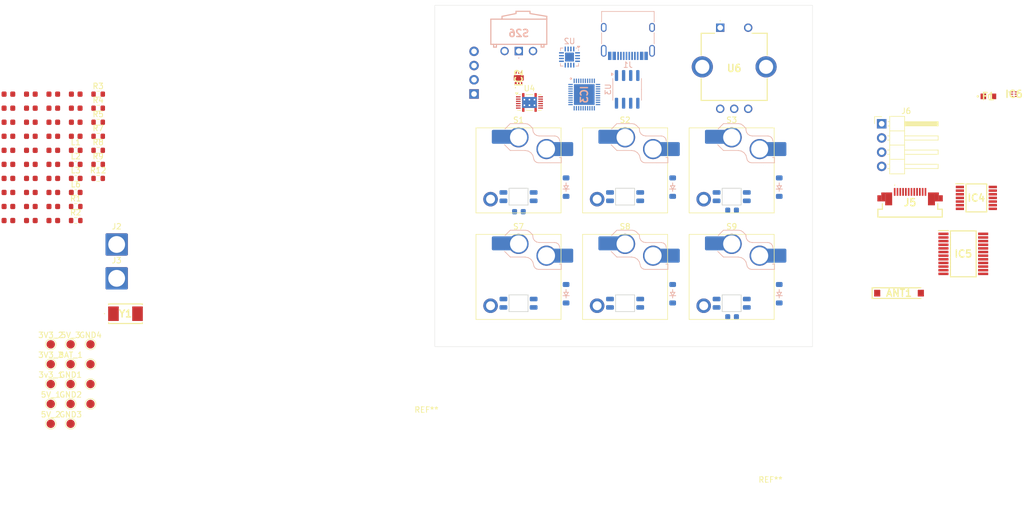
<source format=kicad_pcb>
(kicad_pcb (version 20240108) (generator "pcbnew") (generator_version "8.0")
  (layers (0 "F.Cu" signal) (1 "In1.Cu" power "PWR") (2 "In2.Cu" power "GND") (31 "B.Cu" signal) (34 "B.Paste" user) (35 "F.Paste" user) (36 "B.SilkS" user "B.Silkscreen") (37 "F.SilkS" user "F.Silkscreen") (38 "B.Mask" user) (39 "F.Mask" user) (44 "Edge.Cuts" user))
  (net 0 "")
  (net 1 "GND")
  (net 2 "3V3")
  (net 3 "Net-(U4-V_{DD})")
  (net 4 "5V")
  (net 5 "Net-(D1-DOUT)")
  (net 6 "Net-(D1-DIN)")
  (net 7 "Net-(D2-DOUT)")
  (net 11 "/VBUS")
  (net 19 "Net-(IC4-2Y)")
  (net 21 "/2A")
  (net 24 "/D_N")
  (net 25 "Net-(J1-CC1)")
  (net 26 "/D_P")
  (net 27 "Net-(J1-CC2)")
  (net 29 "/SDA")
  (net 30 "/SCL")
  (net 39 "/Column 0")
  (net 40 "/Column 1")
  (net 41 "/Column 2")
  (net 42 "/Column 3")
  (net 45 "/CW2")
  (net 46 "D-")
  (net 47 "/Row 1")
  (net 48 "/NO")
  (net 49 "/NO2")
  (net 50 "D+")
  (net 51 "/Row 0")
  (net 52 "/Row 3")
  (net 53 "/Row 2")
  (net 54 "/CCW2")
  (net 55 "/CHG")
  (net 56 "Net-(U2-TS)")
  (net 57 "Net-(U2-ISET)")
  (net 60 "Net-(U2-ILIM)")
  (net 61 "Net-(U4-GPOUT)")
  (net 62 "Net-(U4-BIN)")
  (net 64 "/BAT_SRN")
  (net 72 "Net-(Di1-A)")
  (net 73 "Net-(Di7-A)")
  (net 74 "Net-(Di8-A)")
  (net 76 "Net-(IC3-ANT)")
  (net 77 "Net-(IC3-SWDIO)")
  (net 78 "Net-(IC3-DECUSB)")
  (net 79 "Net-(IC3-DEC1)")
  (net 80 "Net-(IC3-XC1)")
  (net 81 "/DEC4")
  (net 82 "Net-(IC3-DEC5)")
  (net 83 "Net-(IC3-XC2)")
  (net 84 "Net-(IC3-DEC3)")
  (net 85 "/INTA")
  (net 86 "Net-(IC3-SWDCLK)")
  (net 103 "Net-(C15-Pad1)")
  (net 104 "/RF")
  (net 105 "Net-(IC2-LX)")
  (net 107 "Net-(IC2-BAT)")
  (net 109 "Net-(IC6-LX)")
  (net 111 "Net-(Di11-A)")
  (net 112 "Net-(Di12-A)")
  (net 113 "Net-(Di3-A)")
  (net 114 "Net-(D3-DOUT)")
  (net 115 "/BAT")
  (net 116 "/VBUS_USB")
  (net 117 "/OUT")
  (net 118 "Net-(J5-PadMP1)")
  (net 119 "Net-(J5-PadMP4)")
  (footprint "ScottoKeebs_Components:Capacitor_0603" (layer "F.Cu") (at 38.209 29.0634)
    (property "Reference" "C38" (hide yes))
    (property "Value" "100nF" (hide yes))
    (pad "1" smd roundrect (at -0.775 0) (size 0.9 0.95) (layers "F.Cu" "F.Paste" "F.Mask") (net 1 "GND"))
    (pad "2" smd roundrect (at 0.775 0) (size 0.9 0.95) (layers "F.Cu" "F.Paste" "F.Mask") (net 2 "3V3"))
  )
  (footprint "SamacSys_Parts:SOP65P640X110-14N" (layer "F.Cu") (at 199.1915 45.0984)
    (property "Reference" "IC4" (at 0 0 0) (layer "F.SilkS") (effects (font (size 1.27 1.27) (thickness 0.254))))
    (property "Value" "74AHCT125PW,118" (hide yes))
    (pad "1" smd rect (at -2.938 -1.95 90) (size 0.45 1.475) (layers "F.Cu" "F.Paste" "F.Mask"))
    (pad "2" smd rect (at -2.938 -1.3 90) (size 0.45 1.475) (layers "F.Cu" "F.Paste" "F.Mask"))
    (pad "3" smd rect (at -2.938 -0.65 90) (size 0.45 1.475) (layers "F.Cu" "F.Paste" "F.Mask"))
    (pad "4" smd rect (at -2.938 0 90) (size 0.45 1.475) (layers "F.Cu" "F.Paste" "F.Mask") (net 1 "GND"))
    (pad "5" smd rect (at -2.938 0.65 90) (size 0.45 1.475) (layers "F.Cu" "F.Paste" "F.Mask") (net 21 "/2A"))
    (pad "6" smd rect (at -2.938 1.3 90) (size 0.45 1.475) (layers "F.Cu" "F.Paste" "F.Mask") (net 19 "Net-(IC4-2Y)"))
    (pad "7" smd rect (at -2.938 1.95 90) (size 0.45 1.475) (layers "F.Cu" "F.Paste" "F.Mask") (net 1 "GND"))
    (pad "8" smd rect (at 2.938 1.95 90) (size 0.45 1.475) (layers "F.Cu" "F.Paste" "F.Mask"))
    (pad "9" smd rect (at 2.938 1.3 90) (size 0.45 1.475) (layers "F.Cu" "F.Paste" "F.Mask"))
    (pad "10" smd rect (at 2.938 0.65 90) (size 0.45 1.475) (layers "F.Cu" "F.Paste" "F.Mask"))
    (pad "11" smd rect (at 2.938 0 90) (size 0.45 1.475) (layers "F.Cu" "F.Paste" "F.Mask"))
    (pad "12" smd rect (at 2.938 -0.65 90) (size 0.45 1.475) (layers "F.Cu" "F.Paste" "F.Mask"))
    (pad "13" smd rect (at 2.938 -1.3 90) (size 0.45 1.475) (layers "F.Cu" "F.Paste" "F.Mask"))
    (pad "14" smd rect (at 2.938 -1.95 90) (size 0.45 1.475) (layers "F.Cu" "F.Paste" "F.Mask") (net 4 "5V"))
  )
  (footprint "Resistor_SMD:R_0603_1608Metric" (layer "F.Cu") (at 42.219 36.5934)
    (property "Reference" "R8" (at 0 -1.43 0) (layer "F.SilkS"))
    (property "Value" "10k")
    (pad "1" smd roundrect (at -0.825 0) (size 0.8 0.95) (layers "F.Cu" "F.Paste" "F.Mask") (net 61 "Net-(U4-GPOUT)"))
    (pad "2" smd roundrect (at 0.825 0) (size 0.8 0.95) (layers "F.Cu" "F.Paste" "F.Mask") (net 3 "Net-(U4-V_{DD})"))
  )
  (footprint "SamacSys_Parts:SFV12R1STBE1HLF" (layer "F.Cu") (at 187.3415 45.9234)
    (property "Reference" "J5" (at 0 0 0) (layer "F.SilkS") (effects (font (size 1.27 1.27) (thickness 0.254))))
    (property "Value" "SFV12R-1STBE1HLF" (hide yes))
    (pad "1" smd rect (at -2.75 -1.9) (size 0.3 1.4) (layers "F.Cu" "F.Paste" "F.Mask"))
    (pad "2" smd rect (at -2.25 -1.9) (size 0.3 1.4) (layers "F.Cu" "F.Paste" "F.Mask"))
    (pad "3" smd rect (at -1.75 -1.9) (size 0.3 1.4) (layers "F.Cu" "F.Paste" "F.Mask"))
    (pad "4" smd rect (at -1.25 -1.9) (size 0.3 1.4) (layers "F.Cu" "F.Paste" "F.Mask"))
    (pad "5" smd rect (at -0.75 -1.9) (size 0.3 1.4) (layers "F.Cu" "F.Paste" "F.Mask"))
    (pad "6" smd rect (at -0.25 -1.9) (size 0.3 1.4) (layers "F.Cu" "F.Paste" "F.Mask"))
    (pad "7" smd rect (at 0.25 -1.9) (size 0.3 1.4) (layers "F.Cu" "F.Paste" "F.Mask"))
    (pad "8" smd rect (at 0.75 -1.9) (size 0.3 1.4) (layers "F.Cu" "F.Paste" "F.Mask"))
    (pad "9" smd rect (at 1.25 -1.9) (size 0.3 1.4) (layers "F.Cu" "F.Paste" "F.Mask") (net 30 "/SCL"))
    (pad "10" smd rect (at 1.75 -1.9) (size 0.3 1.4) (layers "F.Cu" "F.Paste" "F.Mask") (net 29 "/SDA"))
    (pad "11" smd rect (at 2.25 -1.9) (size 0.3 1.4) (layers "F.Cu" "F.Paste" "F.Mask") (net 1 "GND"))
    (pad "12" smd rect (at 2.75 -1.9) (size 0.3 1.4) (layers "F.Cu" "F.Paste" "F.Mask") (net 2 "3V3"))
    (pad "MP1" smd rect (at -5.5 -0.75) (size 0.7 1.1) (layers "F.Cu" "F.Paste" "F.Mask") (net 118 "Net-(J5-PadMP1)"))
    (pad "MP2" smd rect (at -4.8 -1) (size 0.7 1.6) (layers "F.Cu" "F.Paste" "F.Mask") (net 118 "Net-(J5-PadMP1)"))
    (pad "MP3" smd rect (at -3.825 -0.65) (size 1.25 2.3) (layers "F.Cu" "F.Paste" "F.Mask") (net 118 "Net-(J5-PadMP1)"))
    (pad "MP4" smd rect (at 3.825 -0.65) (size 1.25 2.3) (layers "F.Cu" "F.Paste" "F.Mask") (net 119 "Net-(J5-PadMP4)"))
    (pad "MP5" smd rect (at 4.8 -1) (size 0.7 1.6) (layers "F.Cu" "F.Paste" "F.Mask") (net 119 "Net-(J5-PadMP4)"))
    (pad "MP6" smd rect (at 5.5 -0.75) (size 0.7 1.1) (layers "F.Cu" "F.Paste" "F.Mask") (net 119 "Net-(J5-PadMP4)"))
  )
  (footprint "TestPoint:TestPoint_Pad_D1.5mm" (layer "F.Cu") (at 40.849 71.2734)
    (property "Reference" "GND4" (at 0 -1.648 0) (layer "F.SilkS"))
    (property "Value" "TestPoint" (hide yes))
    (pad "1" smd circle (at 0 0) (size 1.5 1.5) (layers "F.Cu" "F.Mask") (net 1 "GND"))
  )
  (footprint "ScottoKeebs_Components:Capacitor_0603" (layer "F.Cu") (at 38.209 34.0834)
    (property "Reference" "C40" (hide yes))
    (property "Value" "100nF" (hide yes))
    (pad "1" smd roundrect (at -0.775 0) (size 0.9 0.95) (layers "F.Cu" "F.Paste" "F.Mask") (net 1 "GND"))
    (pad "2" smd roundrect (at 0.775 0) (size 0.9 0.95) (layers "F.Cu" "F.Paste" "F.Mask") (net 2 "3V3"))
  )
  (footprint "ScottoKeebs_Components:Capacitor_0603" (layer "F.Cu") (at 34.199 46.6334)
    (property "Reference" "C35" (hide yes))
    (property "Value" "100nF" (hide yes))
    (pad "1" smd roundrect (at -0.775 0) (size 0.9 0.95) (layers "F.Cu" "F.Paste" "F.Mask") (net 1 "GND"))
    (pad "2" smd roundrect (at 0.775 0) (size 0.9 0.95) (layers "F.Cu" "F.Paste" "F.Mask") (net 2 "3V3"))
  )
  (footprint "Inductor_SMD:L_0603_1608Metric" (layer "F.Cu") (at 38.209 36.5934)
    (property "Reference" "L1" (at 0 -1.43 0) (layer "F.SilkS"))
    (property "Value" "4.7nH")
    (pad "1" smd roundrect (at -0.7875 0) (size 0.875 0.95) (layers "F.Cu" "F.Paste" "F.Mask") (net 76 "Net-(IC3-ANT)"))
    (pad "2" smd roundrect (at 0.7875 0) (size 0.875 0.95) (layers "F.Cu" "F.Paste" "F.Mask") (net 103 "Net-(C15-Pad1)"))
  )
  (footprint "ScottoKeebs_Components:Capacitor_0603" (layer "F.Cu") (at 34.199 36.5934)
    (property "Reference" "C25" (hide yes))
    (property "Value" "10uF" (hide yes))
    (pad "1" smd roundrect (at -0.775 0) (size 0.9 0.95) (layers "F.Cu" "F.Paste" "F.Mask") (net 107 "Net-(IC2-BAT)"))
    (pad "2" smd roundrect (at 0.775 0) (size 0.9 0.95) (layers "F.Cu" "F.Paste" "F.Mask") (net 1 "GND"))
  )
  (footprint "TestPoint:TestPoint_Pad_D1.5mm" (layer "F.Cu") (at 33.749 85.4734)
    (property "Reference" "5V_2" (at 0 -1.648 0) (layer "F.SilkS"))
    (property "Value" "TestPoint")
    (pad "1" smd circle (at 0 0) (size 1.5 1.5) (layers "F.Cu" "F.Mask") (net 4 "5V"))
  )
  (footprint "ScottoKeebs_Components:Capacitor_0603" (layer "F.Cu") (at 26.179 41.6134)
    (property "Reference" "C7" (hide yes))
    (property "Value" "100nF" (hide yes))
    (pad "1" smd roundrect (at -0.775 0) (size 0.9 0.95) (layers "F.Cu" "F.Paste" "F.Mask") (net 2 "3V3"))
    (pad "2" smd roundrect (at 0.775 0) (size 0.9 0.95) (layers "F.Cu" "F.Paste" "F.Mask") (net 1 "GND"))
  )
  (footprint "ScottoKeebs_Components:Capacitor_0603" (layer "F.Cu") (at 30.189 26.5534)
    (property "Reference" "C11" (hide yes))
    (property "Value" "820pF" (hide yes))
    (pad "1" smd roundrect (at -0.775 0) (size 0.9 0.95) (layers "F.Cu" "F.Paste" "F.Mask") (net 82 "Net-(IC3-DEC5)"))
    (pad "2" smd roundrect (at 0.775 0) (size 0.9 0.95) (layers "F.Cu" "F.Paste" "F.Mask") (net 1 "GND"))
  )
  (footprint "ScottoKeebs_Components:Capacitor_0603" (layer "F.Cu") (at 34.199 31.5734)
    (property "Reference" "C23" (hide yes))
    (property "Value" "4.7uF" (hide yes))
    (pad "1" smd roundrect (at -0.775 0) (size 0.9 0.95) (layers "F.Cu" "F.Paste" "F.Mask") (net 1 "GND"))
    (pad "2" smd roundrect (at 0.775 0) (size 0.9 0.95) (layers "F.Cu" "F.Paste" "F.Mask") (net 11 "/VBUS"))
  )
  (footprint "SamacSys_Parts:ABM7" (layer "F.Cu") (at 47.104 65.7984)
    (property "Reference" "Y1" (at 0 0 0) (layer "F.SilkS") (effects (font (size 1.27 1.27) (thickness 0.254))))
    (property "Value" "32 MHz" (hide yes))
    (pad "1" smd rect (at -2.15 0) (size 1.9 2.6) (layers "F.Cu" "F.Paste" "F.Mask") (net 83 "Net-(IC3-XC2)"))
    (pad "2" smd rect (at 2.15 0) (size 1.9 2.6) (layers "F.Cu" "F.Paste" "F.Mask") (net 80 "Net-(IC3-XC1)"))
  )
  (footprint "ScottoKeebs_Hotswap:Hotswap_Choc_V1V2_Plated_1.00u" (layer "F.Cu") (at 136.4065 40.1734)
    (property "Reference" "S2" (at 0 -9 0) (layer "F.SilkS"))
    (property "Value" "Keyswitch")
    (pad "" np_thru_hole circle (at -5.5 0) (size 1.9 1.9) (drill 1.9) (layers "*.Cu" "*.Mask"))
    (pad "" thru_hole circle (at -5 5.15) (size 2.6 2.6) (drill 1.6) (layers "*.Cu" "*.Mask"))
    (pad "" np_thru_hole circle (at 0 0) (size 5.05 5.05) (drill 5.05) (layers "*.Cu" "*.Mask"))
    (pad "" np_thru_hole circle (at 5.5 0) (size 1.9 1.9) (drill 1.9) (layers "*.Cu" "*.Mask"))
    (pad "1" smd roundrect (at -2.85 -6) (size 3.85 2.5) (layers "B.Cu") (roundrect_rratio 0.1) (net 40 "/Column 1"))
    (pad "1" thru_hole circle (at 0 -5.9) (size 3.6 3.6) (drill 3.05) (layers "*.Cu" "*.Mask") (net 40 "/Column 1"))
    (pad "2" thru_hole circle (at 5 -3.8) (size 3.6 3.6) (drill 3.05) (layers "*.Cu" "*.Mask") (net 73 "Net-(Di7-A)"))
    (pad "2" smd roundrect (at 7.85 -3.8) (size 3.85 2.5) (layers "B.Cu") (roundrect_rratio 0.1) (net 73 "Net-(Di7-A)"))
  )
  (footprint "Resistor_SMD:R_0603_1608Metric" (layer "F.Cu") (at 38.209 49.1434)
    (property "Reference" "R2" (at 0 -1.43 0) (layer "F.SilkS"))
    (property "Value" "5k1")
    (pad "1" smd roundrect (at -0.825 0) (size 0.8 0.95) (layers "F.Cu" "F.Paste" "F.Mask") (net 27 "Net-(J1-CC2)"))
    (pad "2" smd roundrect (at 0.825 0) (size 0.8 0.95) (layers "F.Cu" "F.Paste" "F.Mask") (net 1 "GND"))
  )
  (footprint "TestPoint:TestPoint_Pad_D1.5mm" (layer "F.Cu") (at 33.749 81.9234)
    (property "Reference" "5V_1" (at 0 -1.648 0) (layer "F.SilkS"))
    (property "Value" "TestPoint")
    (pad "1" smd circle (at 0 0) (size 1.5 1.5) (layers "F.Cu" "F.Mask") (net 4 "5V"))
  )
  (footprint "ScottoKeebs_Components:Capacitor_0603" (layer "F.Cu") (at 34.199 39.1034)
    (property "Reference" "C26" (hide yes))
    (property "Value" "10uF" (hide yes))
    (pad "1" smd roundrect (at -0.775 0) (size 0.9 0.95) (layers "F.Cu" "F.Paste" "F.Mask") (net 4 "5V"))
    (pad "2" smd roundrect (at 0.775 0) (size 0.9 0.95) (layers "F.Cu" "F.Paste" "F.Mask") (net 1 "GND"))
  )
  (footprint "TestPoint:TestPoint_Pad_D1.5mm" (layer "F.Cu") (at 40.849 74.8234)
    (property "Reference" "OUT_1" (hide yes))
    (property "Value" "TestPoint" (hide yes))
    (pad "1" smd circle (at 0 0) (size 1.5 1.5) (layers "F.Cu" "F.Mask") (net 117 "/OUT"))
  )
  (footprint "Resistor_SMD:R_0603_1608Metric" (layer "F.Cu") (at 42.219 41.6134)
    (property "Reference" "R12" (at 0 -1.43 0) (layer "F.SilkS"))
    (property "Value" "500")
    (pad "1" smd roundrect (at -0.825 0) (size 0.8 0.95) (layers "F.Cu" "F.Paste" "F.Mask") (net 19 "Net-(IC4-2Y)"))
    (pad "2" smd roundrect (at 0.825 0) (size 0.8 0.95) (layers "F.Cu" "F.Paste" "F.Mask") (net 6 "Net-(D1-DIN)"))
  )
  (footprint "TestPoint:TestPoint_Pad_D1.5mm" (layer "F.Cu") (at 33.749 71.2734)
    (property "Reference" "3V3_2" (at 0 -1.648 0) (layer "F.SilkS"))
    (property "Value" "TestPoint")
    (pad "1" smd circle (at 0 0) (size 1.5 1.5) (layers "F.Cu" "F.Mask") (net 2 "3V3"))
  )
  (footprint "TestPoint:TestPoint_Pad_D1.5mm" (layer "F.Cu") (at 37.299 85.4734)
    (property "Reference" "GND3" (at 0 -1.648 0) (layer "F.SilkS"))
    (property "Value" "TestPoint")
    (pad "1" smd circle (at 0 0) (size 1.5 1.5) (layers "F.Cu" "F.Mask") (net 1 "GND"))
  )
  (footprint "TestPoint:TestPoint_Pad_D1.5mm" (layer "F.Cu") (at 40.849 81.9234)
    (property "Reference" "VBUS_USB1" (hide yes))
    (property "Value" "TestPoint" (hide yes))
    (pad "1" smd circle (at 0 0) (size 1.5 1.5) (layers "F.Cu" "F.Mask") (net 116 "/VBUS_USB"))
  )
  (footprint "ScottoKeebs_Components:Capacitor_0603" (layer "F.Cu") (at 30.189 41.6134)
    (property "Reference" "C17" (hide yes))
    (property "Value" "4.7uF" (hide yes))
    (pad "1" smd roundrect (at -0.775 0) (size 0.9 0.95) (layers "F.Cu" "F.Paste" "F.Mask") (net 115 "/BAT"))
    (pad "2" smd roundrect (at 0.775 0) (size 0.9 0.95) (layers "F.Cu" "F.Paste" "F.Mask") (net 1 "GND"))
  )
  (footprint "ScottoKeebs_Components:Capacitor_0603" (layer "F.Cu") (at 26.179 31.5734)
    (property "Reference" "C3" (hide yes))
    (property "Value" "100nF" (hide yes))
    (pad "1" smd roundrect (at -0.775 0) (size 0.9 0.95) (layers "F.Cu" "F.Paste" "F.Mask") (net 1 "GND"))
    (pad "2" smd roundrect (at 0.775 0) (size 0.9 0.95) (layers "F.Cu" "F.Paste" "F.Mask") (net 79 "Net-(IC3-DEC1)"))
  )
  (footprint "Inductor_SMD:L_0603_1608Metric" (layer "F.Cu") (at 38.209 44.1234)
    (property "Reference" "L6" (at 0 -1.43 0) (layer "F.SilkS"))
    (property "Value" "4.7uH")
    (pad "1" smd roundrect (at -0.7875 0) (size 0.875 0.95) (layers "F.Cu" "F.Paste" "F.Mask") (net 107 "Net-(IC2-BAT)"))
    (pad "2" smd roundrect (at 0.7875 0) (size 0.875 0.95) (layers "F.Cu" "F.Paste" "F.Mask") (net 105 "Net-(IC2-LX)"))
  )
  (footprint "ScottoKeebs_Hotswap:Hotswap_Choc_V1V2_Plated_1.00u" (layer "F.Cu") (at 155.4565 59.2234)
    (property "Reference" "S9" (at 0 -9 0) (layer "F.SilkS"))
    (property "Value" "Keyswitch")
    (pad "" np_thru_hole circle (at -5.5 0) (size 1.9 1.9) (drill 1.9) (layers "*.Cu" "*.Mask"))
    (pad "" thru_hole circle (at -5 5.15) (size 2.6 2.6) (drill 1.6) (layers "*.Cu" "*.Mask"))
    (pad "" np_thru_hole circle (at 0 0) (size 5.05 5.05) (drill 5.05) (layers "*.Cu" "*.Mask"))
    (pad "" np_thru_hole circle (at 5.5 0) (size 1.9 1.9) (drill 1.9) (layers "*.Cu" "*.Mask"))
    (pad "1" smd roundrect (at -2.85 -6) (size 3.85 2.5) (layers "B.Cu") (roundrect_rratio 0.1) (net 41 "/Column 2"))
    (pad "1" thru_hole circle (at 0 -5.9) (size 3.6 3.6) (drill 3.05) (layers "*.Cu" "*.Mask") (net 41 "/Column 2"))
    (pad "2" thru_hole circle (at 5 -3.8) (size 3.6 3.6) (drill 3.05) (layers "*.Cu" "*.Mask") (net 113 "Net-(Di3-A)"))
    (pad "2" smd roundrect (at 7.85 -3.8) (size 3.85 2.5) (layers "B.Cu") (roundrect_rratio 0.1) (net 113 "Net-(Di3-A)"))
  )
  (footprint "ScottoKeebs_Components:Capacitor_0603" (layer "F.Cu") (at 26.179 36.5934)
    (property "Reference" "C5" (hide yes))
    (property "Value" "1uF" (hide yes))
    (pad "1" smd roundrect (at -0.775 0) (size 0.9 0.95) (layers "F.Cu" "F.Paste" "F.Mask") (net 2 "3V3"))
    (pad "2" smd roundrect (at 0.775 0) (size 0.9 0.95) (layers "F.Cu" "F.Paste" "F.Mask") (net 1 "GND"))
  )
  (footprint "SamacSys_Parts:XC9290A07E1RG" (layer "F.Cu") (at 205.9115 26.5534)
    (property "Reference" "IC6" (at 0 0 0) (layer "F.SilkS") (effects (font (size 1.27 1.27) (thickness 0.254))))
    (property "Value" "XC9291B33D1R-G" (hide yes))
    (pad "1" smd rect (at -0.338 -0.4 90) (size 0.18 0.425) (layers "F.Cu" "F.Paste" "F.Mask") (net 2 "3V3"))
    (pad "2" smd rect (at -0.338 0 90) (size 0.18 0.425) (layers "F.Cu" "F.Paste" "F.Mask"))
    (pad "3" smd rect (at -0.338 0.4 90) (size 0.18 0.425) (layers "F.Cu" "F.Paste" "F.Mask") (net 107 "Net-(IC2-BAT)"))
    (pad "4" smd rect (at 0.338 0.4 90) (size 0.18 0.425) (layers "F.Cu" "F.Paste" "F.Mask") (net 107 "Net-(IC2-BAT)"))
    (pad "5" smd rect (at 0.338 0 90) (size 0.18 0.425) (layers "F.Cu" "F.Paste" "F.Mask") (net 109 "Net-(IC6-LX)"))
    (pad "6" smd rect (at 0.338 -0.4 90) (size 0.18 0.425) (layers "F.Cu" "F.Paste" "F.Mask") (net 1 "GND"))
  )
  (footprint "ScottoKeebs_Components:Capacitor_0603" (layer "F.Cu") (at 34.199 26.5534)
    (property "Reference" "C21" (hide yes))
    (property "Value" "100nF" (hide yes))
    (pad "1" smd roundrect (at -0.775 0) (size 0.9 0.95) (layers "F.Cu" "F.Paste" "F.Mask") (net 4 "5V"))
    (pad "2" smd roundrect (at 0.775 0) (size 0.9 0.95) (layers "F.Cu" "F.Paste" "F.Mask") (net 1 "GND"))
  )
  (footprint "Inductor_SMD:L_0603_1608Metric" (layer "F.Cu") (at 38.209 41.6134)
    (property "Reference" "L3" (at 0 -1.43 0) (layer "F.SilkS"))
    (property "Value" "1uH")
    (pad "1" smd roundrect (at -0.7875 0) (size 0.875 0.95) (layers "F.Cu" "F.Paste" "F.Mask") (net 2 "3V3"))
    (pad "2" smd roundrect (at 0.7875 0) (size 0.875 0.95) (layers "F.Cu" "F.Paste" "F.Mask") (net 109 "Net-(IC6-LX)"))
  )
  (footprint "MountingHole:MountingHole_2.2mm_M2" (layer "F.Cu") (at 162.4065 98.6734)
    (property "Reference" "REF**" (at 0 -3.2 0) (layer "F.SilkS"))
    (property "Value" "MountingHole_2.2mm_M2")
    (pad "" np_thru_hole circle (at 0 0) (size 2.2 2.2) (drill 2.2) (layers "*.Cu" "*.Mask"))
  )
  (footprint "TestPoint:TestPoint_Pad_D1.5mm" (layer "F.Cu") (at 33.749 78.3734)
    (property "Reference" "3v3_1" (at 0 -1.648 0) (layer "F.SilkS"))
    (property "Value" "TestPoint")
    (pad "1" smd circle (at 0 0) (size 1.5 1.5) (layers "F.Cu" "F.Mask") (net 2 "3V3"))
  )
  (footprint "ScottoKeebs_Hotswap:Hotswap_Choc_V1V2_Plated_1.00u" (layer "F.Cu") (at 136.4065 59.2234)
    (property "Reference" "S8" (at 0 -9 0) (layer "F.SilkS"))
    (property "Value" "Keyswitch")
    (pad "" np_thru_hole circle (at -5.5 0) (size 1.9 1.9) (drill 1.9) (layers "*.Cu" "*.Mask"))
    (pad "" thru_hole circle (at -5 5.15) (size 2.6 2.6) (drill 1.6) (layers "*.Cu" "*.Mask"))
    (pad "" np_thru_hole circle (at 0 0) (size 5.05 5.05) (drill 5.05) (layers "*.Cu" "*.Mask"))
    (pad "" np_thru_hole circle (at 5.5 0) (size 1.9 1.9) (drill 1.9) (layers "*.Cu" "*.Mask"))
    (pad "1" smd roundrect (at -2.85 -6) (size 3.85 2.5) (layers "B.Cu") (roundrect_rratio 0.1) (net 40 "/Column 1"))
    (pad "1" thru_hole circle (at 0 -5.9) (size 3.6 3.6) (drill 3.05) (layers "*.Cu" "*.Mask") (net 40 "/Column 1"))
    (pad "2" thru_hole circle (at 5 -3.8) (size 3.6 3.6) (drill 3.05) (layers "*.Cu" "*.Mask") (net 112 "Net-(Di12-A)"))
    (pad "2" smd roundrect (at 7.85 -3.8) (size 3.85 2.5) (layers "B.Cu") (roundrect_rratio 0.1) (net 112 "Net-(Di12-A)"))
  )
  (footprint "ScottoKeebs_Components:Capacitor_0603" (layer "F.Cu") (at 30.189 34.0834)
    (property "Reference" "C14" (hide yes))
    (property "Value" "12pF" (hide yes))
    (pad "1" smd roundrect (at -0.775 0) (size 0.9 0.95) (layers "F.Cu" "F.Paste" "F.Mask") (net 83 "Net-(IC3-XC2)"))
    (pad "2" smd roundrect (at 0.775 0) (size 0.9 0.95) (layers "F.Cu" "F.Paste" "F.Mask") (net 1 "GND"))
  )
  (footprint "ScottoKeebs_Components:Capacitor_0603" (layer "F.Cu") (at 38.209 26.5534)
    (property "Reference" "C37" (hide yes))
    (property "Value" "100nF" (hide yes))
    (pad "1" smd roundrect (at -0.775 0) (size 0.9 0.95) (layers "F.Cu" "F.Paste" "F.Mask") (net 2 "3V3"))
    (pad "2" smd roundrect (at 0.775 0) (size 0.9 0.95) (layers "F.Cu" "F.Paste" "F.Mask") (net 1 "GND"))
  )
  (footprint "Resistor_SMD:R_0603_1608Metric" (layer "F.Cu") (at 42.219 39.1034)
    (property "Reference" "R9" (at 0 -1.43 0) (layer "F.SilkS"))
    (property "Value" "10m1%")
    (pad "1" smd roundrect (at -0.825 0) (size 0.8 0.95) (layers "F.Cu" "F.Paste" "F.Mask") (net 115 "/BAT"))
    (pad "2" smd roundrect (at 0.825 0) (size 0.8 0.95) (layers "F.Cu" "F.Paste" "F.Mask") (net 64 "/BAT_SRN"))
  )
  (footprint "MountingHole:MountingHole_2.2mm_M2" (layer "F.Cu") (at 100.9065 86.1734)
    (property "Reference" "REF**" (at 0 -3.2 0) (layer "F.SilkS"))
    (property "Value" "MountingHole_2.2mm_M2")
    (pad "" np_thru_hole circle (at 0 0) (size 2.2 2.2) (drill 2.2) (layers "*.Cu" "*.Mask"))
  )
  (footprint "ScottoKeebs_Components:Capacitor_0603" (layer "F.Cu") (at 30.189 39.1034)
    (property "Reference" "C16" (hide yes))
    (property "Value" "1pF" (hide yes))
    (pad "1" smd roundrect (at -0.775 0) (size 0.9 0.95) (layers "F.Cu" "F.Paste" "F.Mask") (net 1 "GND"))
    (pad "2" smd roundrect (at 0.775 0) (size 0.9 0.95) (layers "F.Cu" "F.Paste" "F.Mask") (net 76 "Net-(IC3-ANT)"))
  )
  (footprint "ScottoKeebs_Components:Capacitor_0603" (layer "F.Cu") (at 30.189 36.5934)
    (property "Reference" "C15" (hide yes))
    (property "Value" "1.2pF" (hide yes))
    (pad "1" smd roundrect (at -0.775 0) (size 0.9 0.95) (layers "F.Cu" "F.Paste" "F.Mask") (net 103 "Net-(C15-Pad1)"))
    (pad "2" smd roundrect (at 0.775 0) (size 0.9 0.95) (layers "F.Cu" "F.Paste" "F.Mask") (net 1 "GND"))
  )
  (footprint "ScottoKeebs_Components:OLED_128x32" (layer "F.Cu") (at 107.8065 16.7234)
    (property "Reference" "J4" (hide yes))
    (property "Value" "OLED_128x32")
    (pad "1" thru_hole rect (at 1.6 9.8 180) (size 1.7 1.7) (drill 1) (layers "*.Cu" "*.Mask") (net 1 "GND"))
    (pad "2" thru_hole oval (at 1.6 7.26 180) (size 1.7 1.7) (drill 1) (layers "*.Cu" "*.Mask") (net 2 "3V3"))
    (pad "3" thru_hole oval (at 1.6 4.72 180) (size 1.7 1.7) (drill 1) (layers "*.Cu" "*.Mask") (net 30 "/SCL"))
    (pad "4" thru_hole oval (at 1.6 2.18 180) (size 1.7 1.7) (drill 1) (layers "*.Cu" "*.Mask") (net 29 "/SDA"))
  )
  (footprint "ScottoKeebs_Components:Capacitor_0603" (layer "F.Cu") (at 30.189 44.1234)
    (property "Reference" "C18" (hide yes))
    (property "Value" "1uF" (hide yes))
    (pad "1" smd roundrect (at -0.775 0) (size 0.9 0.95) (layers "F.Cu" "F.Paste" "F.Mask") (net 115 "/BAT"))
    (pad "2" smd roundrect (at 0.775 0) (size 0.9 0.95) (layers "F.Cu" "F.Paste" "F.Mask") (net 1 "GND"))
  )
  (footprint "ScottoKeebs_Components:Capacitor_0603" (layer "F.Cu") (at 34.199 44.1234)
    (property "Reference" "C31" (hide yes))
    (property "Value" "100nF" (hide yes))
    (pad "1" smd roundrect (at -0.775 0) (size 0.9 0.95) (layers "F.Cu" "F.Paste" "F.Mask") (net 4 "5V"))
    (pad "2" smd roundrect (at 0.775 0) (size 0.9 0.95) (layers "F.Cu" "F.Paste" "F.Mask") (net 1 "GND"))
  )
  (footprint "Resistor_SMD:R_0603_1608Metric" (layer "F.Cu") (at 42.219 31.5734)
    (property "Reference" "R5" (at 0 -1.43 0) (layer "F.SilkS"))
    (property "Value" "10k")
    (pad "1" smd roundrect (at -0.825 0) (size 0.8 0.95) (layers "F.Cu" "F.Paste" "F.Mask") (net 1 "GND"))
    (pad "2" smd roundrect (at 0.825 0) (size 0.8 0.95) (layers "F.Cu" "F.Paste" "F.Mask") (net 56 "Net-(U2-TS)"))
  )
  (footprint "TestPoint:TestPoint_Pad_D1.5mm" (layer "F.Cu") (at 33.749 74.8234)
    (property "Reference" "3V3_3" (at 0 -1.648 0) (layer "F.SilkS"))
    (property "Value" "TestPoint")
    (pad "1" smd circle (at 0 0) (size 1.5 1.5) (layers "F.Cu" "F.Mask") (net 2 "3V3"))
  )
  (footprint "ScottoKeebs_Components:Capacitor_0603" (layer "F.Cu") (at 26.179 46.6334)
    (property "Reference" "C9" (hide yes))
    (property "Value" "4.7uF" (hide yes))
    (pad "1" smd roundrect (at -0.775 0) (size 0.9 0.95) (layers "F.Cu" "F.Paste" "F.Mask") (net 2 "3V3"))
    (pad "2" smd roundrect (at 0.775 0) (size 0.9 0.95) (layers "F.Cu" "F.Paste" "F.Mask") (net 1 "GND"))
  )
  (footprint "TestPoint:TestPoint_Pad_D1.5mm" (layer "F.Cu") (at 40.849 78.3734)
    (property "Reference" "VBUS_1" (hide yes))
    (property "Value" "TestPoint" (hide yes))
    (pad "1" smd circle (at 0 0) (size 1.5 1.5) (layers "F.Cu" "F.Mask") (net 11 "/VBUS"))
  )
  (footprint "ScottoKeebs_Components:Capacitor_0603" (layer "F.Cu") (at 34.199 34.0834)
    (property "Reference" "C24" (hide yes))
    (property "Value" "4.7uF" (hide yes))
    (pad "1" smd roundrect (at -0.775 0) (size 0.9 0.95) (layers "F.Cu" "F.Paste" "F.Mask") (net 11 "/VBUS"))
    (pad "2" smd roundrect (at 0.775 0) (size 0.9 0.95) (layers "F.Cu" "F.Paste" "F.Mask") (net 1 "GND"))
  )
  (footprint "Package_SON:Texas_S-PDSO-N12" (layer "F.Cu") (at 119.3065 28.0384)
    (property "Reference" "U4" (at -0.000701 -2.517393 0) (layer "F.SilkS"))
    (property "Value" "BQ27441-G1")
    (pad "1" smd rect (at -2.3 -1) (size 0.2 0.2) (layers "F.Cu" "F.Paste" "F.Mask") (net 29 "/SDA"))
    (pad "1" smd oval (at -1.975 -1) (size 0.85 0.2) (layers "F.Cu" "F.Paste" "F.Mask") (net 29 "/SDA"))
    (pad "2" smd rect (at -2.3 -0.6) (size 0.2 0.2) (layers "F.Cu" "F.Paste" "F.Mask") (net 30 "/SCL"))
    (pad "2" smd oval (at -1.975 -0.6) (size 0.85 0.2) (layers "F.Cu" "F.Paste" "F.Mask") (net 30 "/SCL"))
    (pad "3" smd rect (at -2.3 -0.2) (size 0.2 0.2) (layers "F.Cu" "F.Paste" "F.Mask") (net 1 "GND"))
    (pad "3" smd oval (at -1.975 -0.2) (size 0.85 0.2) (layers "F.Cu" "F.Paste" "F.Mask") (net 1 "GND"))
    (pad "4" smd rect (at -2.3 0.2) (size 0.2 0.2) (layers "F.Cu" "F.Paste" "F.Mask"))
    (pad "4" smd oval (at -1.975 0.2) (size 0.85 0.2) (layers "F.Cu" "F.Paste" "F.Mask"))
    (pad "5" smd rect (at -2.3 0.6) (size 0.2 0.2) (layers "F.Cu" "F.Paste" "F.Mask") (net 3 "Net-(U4-V_{DD})"))
    (pad "5" smd oval (at -1.975 0.6) (size 0.85 0.2) (layers "F.Cu" "F.Paste" "F.Mask") (net 3 "Net-(U4-V_{DD})"))
    (pad "6" smd rect (at -2.3 1) (size 0.2 0.2) (layers "F.Cu" "F.Paste" "F.Mask") (net 115 "/BAT"))
    (pad "6" smd oval (at -1.975 1) (size 0.85 0.2) (layers "F.Cu" "F.Paste" "F.Mask") (net 115 "/BAT"))
    (pad "7" smd oval (at 1.975 1) (size 0.85 0.2) (layers "F.Cu" "F.Paste" "F.Mask") (net 64 "/BAT_SRN"))
    (pad "7" smd rect (at 2.3 1) (size 0.2 0.2) (layers "F.Cu" "F.Paste" "F.Mask") (net 64 "/BAT_SRN"))
    (pad "8" smd oval (at 1.975 0.6) (size 0.85 0.2) (layers "F.Cu" "F.Paste" "F.Mask") (net 115 "/BAT"))
    (pad "8" smd rect (at 2.3 0.6) (size 0.2 0.2) (layers "F.Cu" "F.Paste" "F.Mask") (net 115 "/BAT"))
    (pad "9" smd oval (at 1.975 0.2) (size 0.85 0.2) (layers "F.Cu" "F.Paste" "F.Mask"))
    (pad "9" smd rect (at 2.3 0.2) (size 0.2 0.2) (layers "F.Cu" "F.Paste" "F.Mask"))
    (pad "10" smd oval (at 1.975 -0.2) (size 0.85 0.2) (layers "F.Cu" "F.Paste" "F.Mask") (net 62 "Net-(U4-BIN)"))
    (pad "10" smd rect (at 2.3 -0.2) (size 0.2 0.2) (layers "F.Cu" "F.Paste" "F.Mask") (net 62 "Net-(U4-BIN)"))
    (pad "11" smd oval (at 1.975 -0.6) (size 0.85 0.2) (layers "F.Cu" "F.Paste" "F.Mask"))
    (pad "11" smd rect (at 2.3 -0.6) (size 0.2 0.2) (layers "F.Cu" "F.Paste" "F.Mask"))
    (pad "12" smd oval (at 1.975 -1) (size 0.85 0.2) (layers "F.Cu" "F.Paste" "F.Mask") (net 61 "Net-(U4-GPOUT)"))
    (pad "12" smd rect (at 2.3 -1) (size 0.2 0.2) (layers "F.Cu" "F.Paste" "F.Mask") (net 61 "Net-(U4-GPOUT)"))
    (pad "13" smd rect (at -1.1 -1.365 270) (size 0.575 0.4) (layers "F.Cu" "F.Paste" "F.Mask") (net 1 "GND"))
    (pad "13" smd rect (at -1.1 -1.3125 270) (size 0.675 0.4) (layers "F.Cu" "F.Mask") (net 1 "GND"))
    (pad "13" smd rect (at -1.1 1.3125 270) (size 0.675 0.4) (layers "F.Cu" "F.Mask") (net 1 "GND"))
    (pad "13" smd rect (at -1.1 1.365 270) (size 0.575 0.4) (layers "F.Cu" "F.Paste" "F.Mask") (net 1 "GND"))
    (pad "13" thru_hole circle (at -0.9 -0.5) (size 0.6 0.6) (drill 0.3) (layers "*.Cu") (net 1 "GND"))
    (pad "13" thru_hole circle (at -0.9 0.5) (size 0.6 0.6) (drill 0.3) (layers "*.Cu") (net 1 "GND"))
    (pad "13" smd rect (at -0.65 -0.4875 90) (size 0.975 1.3) (layers "F.Cu" "F.Paste") (net 1 "GND"))
    (pad "13" smd rect (at -0.65 0.4875 90) (size 0.975 1.3) (layers "F.Cu" "F.Paste") (net 1 "GND"))
    (pad "13" thru_hole circle (at 0 -0.5) (size 0.6 0.6) (drill 0.3) (layers "*.Cu") (net 1 "GND"))
    (pad "13" smd rect (at 0 0 270) (size 1.95 2.6) (layers "F.Cu" "F.Mask") (net 1 "GND"))
    (pad "13" smd rect (at 0 0 270) (size 1.95 2.6) (layers "B.Cu" "F.Mask") (net 1 "GND"))
    (pad "13" thru_hole circle (at 0 0.5) (size 0.6 0.6) (drill 0.3) (layers "*.Cu") (net 1 "GND"))
    (pad "13" smd rect (at 0.65 -0.4875 90) (size 0.975 1.3) (layers "F.Cu" "F.Paste") (net 1 "GND"))
    (pad "13" smd rect (at 0.65 0.4875 90) (size 0.975 1.3) (layers "F.Cu" "F.Paste") (net 1 "GND"))
    (pad "13" thru_hole circle (at 0.9 -0.5) (size 0.6 0.6) (drill 0.3) (layers "*.Cu") (net 1 "GND"))
    (pad "13" thru_hole circle (at 0.9 0.5) (size 0.6 0.6) (drill 0.3) (layers "*.Cu") (net 1 "GND"))
    (pad "13" smd rect (at 1.1 -1.365 270) (size 0.575 0.4) (layers "F.Cu" "F.Paste" "F.Mask") (net 1 "GND"))
    (pad "13" smd rect (at 1.1 -1.3125 270) (size 0.675 0.4) (layers "F.Cu" "F.Mask") (net 1 "GND"))
    (pad "13" smd rect (at 1.1 1.3125 270) (size 0.675 0.4) (layers "F.Cu" "F.Mask") (net 1 "GND"))
    (pad "13" smd rect (at 1.1 1.365 270) (size 0.575 0.4) (layers "F.Cu" "F.Paste" "F.Mask") (net 1 "GND"))
  )
  (footprint "Resistor_SMD:R_0603_1608Metric" (layer "F.Cu") (at 42.219 26.5534)
    (property "Reference" "R3" (at 0 -1.43 0) (layer "F.SilkS"))
    (property "Value" "3k")
    (pad "1" smd roundrect (at -0.825 0) (size 0.8 0.95) (layers "F.Cu" "F.Paste" "F.Mask") (net 1 "GND"))
    (pad "2" smd roundrect (at 0.825 0) (size 0.8 0.95) (layers "F.Cu" "F.Paste" "F.Mask") (net 60 "Net-(U2-ILIM)"))
  )
  (footprint "TestPoint:TestPoint_Pad_D1.5mm" (layer "F.Cu") (at 37.299 74.8234)
    (property "Reference" "BAT_1" (at 0 -1.648 0) (layer "F.SilkS"))
    (property "Value" "TestPoint")
    (pad "1" smd circle (at 0 0) (size 1.5 1.5) (layers "F.Cu" "F.Mask") (net 115 "/BAT"))
  )
  (footprint "SamacSys_Parts:XC9147_8_USP-6C" (layer "F.Cu") (at 117.4065 23.6484 90)
    (property "Reference" "IC2" (at 0 0 90) (layer "F.SilkS") (effects (font (size 1.27 1.27) (thickness 0.254))))
    (property "Value" "XC9148G50CER-G" (hide yes))
    (pad "1" smd rect (at -0.975 -0.55 180) (size 0.35 0.45) (layers "F.Cu" "F.Paste" "F.Mask") (net 107 "Net-(IC2-BAT)"))
    (pad "2" smd rect (at -0.975 0 180) (size 0.25 0.45) (layers "F.Cu" "F.Paste" "F.Mask") (net 1 "GND"))
    (pad "3" smd rect (at -0.975 0.5 180) (size 0.25 0.45) (layers "F.Cu" "F.Paste" "F.Mask") (net 107 "Net-(IC2-BAT)"))
    (pad "4" smd rect (at 0.975 0.5 180) (size 0.25 0.45) (layers "F.Cu" "F.Paste" "F.Mask") (net 1 "GND"))
    (pad "5" smd rect (at 0.975 0 180) (size 0.25 0.45) (layers "F.Cu" "F.Paste" "F.Mask") (net 105 "Net-(IC2-LX)"))
    (pad "6" smd rect (at 0.975 -0.5 180) (size 0.25 0.45) (layers "F.Cu" "F.Paste" "F.Mask") (net 4 "5V"))
    (pad "7" smd rect (at 0 0 90) (size 1 1.6) (layers "F.Cu" "F.Paste" "F.Mask") (net 1 "GND"))
    (pad "8" smd rect (at 0 -0.85 180) (size 0.1 0.9) (layers "F.Cu" "F.Paste" "F.Mask") (net 1 "GND"))
    (pad "9" smd rect (at 0 0.85 180) (size 0.1 0.9) (layers "F.Cu" "F.Paste" "F.Mask") (net 1 "GND"))
  )
  (footprint "TestPoint:TestPoint_Pad_D1.5mm" (layer "F.Cu") (at 37.299 81.9234)
    (property "Reference" "GND2" (at 0 -1.648 0) (layer "F.SilkS"))
    (property "Value" "TestPoint")
    (pad "1" smd circle (at 0 0) (size 1.5 1.5) (layers "F.Cu" "F.Mask") (net 1 "GND"))
  )
  (footprint "Resistor_SMD:R_0603_1608Metric" (layer "F.Cu") (at 38.209 46.6334)
    (property "Reference" "R1" (at 0 -1.43 0) (layer "F.SilkS"))
    (property "Value" "5k1")
    (pad "1" smd roundrect (at -0.825 0) (size 0.8 0.95) (layers "F.Cu" "F.Paste" "F.Mask") (net 25 "Net-(J1-CC1)"))
    (pad "2" smd roundrect (at 0.825 0) (size 0.8 0.95) (layers "F.Cu" "F.Paste" "F.Mask") (net 1 "GND"))
  )
  (footprint "SamacSys_Parts:PEC11L4015FS0015" (layer "F.Cu") (at 153.4065 14.6734)
    (property "Reference" "U6" (at 2.5 7.25 0) (layer "F.SilkS") (effects (font (size 1.27 1.27) (thickness 0.254))))
    (property "Value" "PEC11L-4015F-S0015" (hide yes))
    (pad "1" thru_hole rect (at 0 0) (size 1.5 1.5) (drill 1) (layers "*.Cu" "*.Mask") (net 1 "GND"))
    (pad "2" thru_hole circle (at 5 0) (size 1.5 1.5) (drill 1) (layers "*.Cu" "*.Mask") (net 49 "/NO2"))
    (pad "A1" thru_hole circle (at 0 14.5) (size 1.5 1.5) (drill 1) (layers "*.Cu" "*.Mask") (net 54 "/CCW2"))
    (pad "B1" thru_hole circle (at 5 14.5) (size 1.5 1.5) (drill 1) (layers "*.Cu" "*.Mask") (net 1 "GND"))
    (pad "C1" thru_hole circle (at 2.5 14.5) (size 1.5 1.5) (drill 1) (layers "*.Cu" "*.Mask") (net 45 "/CW2"))
    (pad "MH1" thru_hole circle (at -3.2 7) (size 3.78 3.78) (drill 2.52) (layers "*.Cu" "*.Mask"))
    (pad "MH2" thru_hole circle (at 8.2 7) (size 3.78 3.78) (drill 2.52) (layers "*.Cu" "*.Mask"))
  )
  (footprint "Inductor_SMD:L_0603_1608Metric" (layer "F.Cu") (at 38.209 39.1034)
    (property "Reference" "L2" (at 0 -1.43 0) (layer "F.SilkS"))
    (property "Value" "2.2nH")
    (pad "1" smd roundrect (at -0.7875 0) (size 0.875 0.95) (layers "F.Cu" "F.Paste" "F.Mask") (net 104 "/RF"))
    (pad "2" smd roundrect (at 0.7875 0) (size 0.875 0.95) (layers "F.Cu" "F.Paste" "F.Mask") (net 103 "Net-(C15-Pad1)"))
  )
  (footprint "Connector_Wire:SolderWire-2.5sqmm_1x01_D2.4mm_OD3.6mm" (layer "F.Cu") (at 45.529 53.4234)
    (property "Reference" "J2" (at 0 -3.2 0) (layer "F.SilkS"))
    (property "Value" "Battery Pos")
    (pad "1" thru_hole roundrect (at 0 0) (size 4 4) (drill 3) (layers "*.Cu" "*.Mask") (roundrect_rratio 0.0625) (net 115 "/BAT"))
  )
  (footprint "SamacSys_Parts:0603L050SLYR" (layer "F.Cu") (at 201.3415 26.9534)
    (property "Reference" "F1" (at -0.012 0 0) (layer "F.SilkS") (effects (font (size 1.27 1.27) (thickness 0.254))))
    (property "Value" "600mA" (hide yes))
    (pad "1" smd rect (at -0.9 0) (size 1 1) (layers "F.Cu" "F.Paste" "F.Mask") (net 116 "/VBUS_USB"))
    (pad "2" smd rect (at 0.9 0) (size 1 1) (layers "F.Cu" "F.Paste" "F.Mask") (net 11 "/VBUS"))
  )
  (footprint "ScottoKeebs_Components:Capacitor_0603" (layer "F.Cu") (at 30.189 29.0634)
    (property "Reference" "C12" (hide yes))
    (property "Value" "100pF" (hide yes))
    (pad "1" smd roundrect (at -0.775 0) (size 0.9 0.95) (layers "F.Cu" "F.Paste" "F.Mask") (net 84 "Net-(IC3-DEC3)"))
    (pad "2" smd roundrect (at 0.775 0) (size 0.9 0.95) (layers "F.Cu" "F.Paste" "F.Mask") (net 1 "GND"))
  )
  (footprint "ScottoKeebs_Hotswap:Hotswap_Choc_V1V2_Plated_1.00u" (layer "F.Cu") (at 155.4565 40.1734)
    (property "Reference" "S3" (at 0 -9 0) (layer "F.SilkS"))
    (property "Value" "Keyswitch")
    (pad "" np_thru_hole circle (at -5.5 0) (size 1.9 1.9) (drill 1.9) (layers "*.Cu" "*.Mask"))
    (pad "" thru_hole circle (at -5 5.15) (size 2.6 2.6) (drill 1.6) (layers "*.Cu" "*.Mask"))
    (pad "" np_thru_hole circle (at 0 0) (size 5.05 5.05) (drill 5.05) (layers "*.Cu" "*.Mask"))
    (pad "" np_thru_hole circle (at 5.5 0) (size 1.9 1.9) (drill 1.9) (layers "*.Cu" "*.Mask"))
    (pad "1" smd roundrect (at -2.85 -6) (size 3.85 2.5) (layers "B.Cu") (roundrect_rratio 0.1) (net 41 "/Column 2"))
    (pad "1" thru_hole circle (at 0 -5.9) (size 3.6 3.6) (drill 3.05) (layers "*.Cu" "*.Mask") (net 41 "/Column 2"))
    (pad "2" thru_hole circle (at 5 -3.8) (size 3.6 3.6) (drill 3.05) (layers "*.Cu" "*.Mask") (net 74 "Net-(Di8-A)"))
    (pad "2" smd roundrect (at 7.85 -3.8) (size 3.85 2.5) (layers "B.Cu") (roundrect_rratio 0.1) (net 74 "Net-(Di8-A)"))
  )
  (footprint "ScottoKeebs_Components:Capacitor_0603" (layer "F.Cu") (at 26.179 26.5534)
    (property "Reference" "C1" (hide yes))
    (property "Value" "4.7uF" (hide yes))
    (pad "1" smd roundrect (at -0.775 0) (size 0.9 0.95) (layers "F.Cu" "F.Paste" "F.Mask") (net 1 "GND"))
    (pad "2" smd roundrect (at 0.775 0) (size 0.9 0.95) (layers "F.Cu" "F.Paste" "F.Mask") (net 2 "3V3"))
  )
  (footprint "ScottoKeebs_Hotswap:Hotswap_Choc_V1V2_Plated_1.00u" (layer "F.Cu") (at 117.3565 40.1734)
    (property "Reference" "S1" (at 0 -9 0) (layer "F.SilkS"))
    (property "Value" "Keyswitch")
    (pad "" np_thru_hole circle (at -5.5 0) (size 1.9 1.9) (drill 1.9) (layers "*.Cu" "*.Mask"))
    (pad "" thru_hole circle (at -5 5.15) (size 2.6 2.6) (drill 1.6) (layers "*.Cu" "*.Mask"))
    (pad "" np_thru_hole circle (at 0 0) (size 5.05 5.05) (drill 5.05) (layers "*.Cu" "*.Mask"))
    (pad "" np_thru_hole circle (at 5.5 0) (size 1.9 1.9) (drill 1.9) (layers "*.Cu" "*.Mask"))
    (pad "1" smd roundrect (at -2.85 -6) (size 3.85 2.5) (layers "B.Cu") (roundrect_rratio 0.1) (net 39 "/Column 0"))
    (pad "1" thru_hole circle (at 0 -5.9) (size 3.6 3.6) (drill 3.05) (layers "*.Cu" "*.Mask") (net 39 "/Column 0"))
    (pad "2" thru_hole circle (at 5 -3.8) (size 3.6 3.6) (drill 3.05) (layers "*.Cu" "*.Mask") (net 72 "Net-(Di1-A)"))
    (pad "2" smd roundrect (at 7.85 -3.8) (size 3.85 2.5) (layers "B.Cu") (roundrect_rratio 0.1) (net 72 "Net-(Di1-A)"))
  )
  (footprint "Connector_PinHeader_2.54mm:PinHeader_1x04_P2.54mm_Horizontal" (layer "F.Cu") (at 182.2665 31.8484)
    (property "Reference" "J6" (at 4.385 -2.27 0) (layer "F.SilkS"))
    (property "Value" "Conn_01x04")
    (pad "1" thru_hole rect (at 0 0) (size 1.7 1.7) (drill 1) (layers "*.Cu" "*.Mask") (net 2 "3V3"))
    (pad "2" thru_hole oval (at 0 2.54) (size 1.7 1.7) (drill 1) (layers "*.Cu" "*.Mask") (net 1 "GND"))
    (pad "3" thru_hole oval (at 0 5.08) (size 1.7 1.7) (drill 1) (layers "*.Cu" "*.Mask") (net 77 "Net-(IC3-SWDIO)"))
    (pad "4" thru_hole oval (at 0 7.62) (size 1.7 1.7) (drill 1) (layers "*.Cu" "*.Mask") (net 86 "Net-(IC3-SWDCLK)"))
  )
  (footprint "TestPoint:TestPoint_Pad_D1.5mm" (layer "F.Cu") (at 37.299 78.3734)
    (property "Reference" "GND1" (at 0 -1.648 0) (layer "F.SilkS"))
    (property "Value" "TestPoint")
    (pad "1" smd circle (at 0 0) (size 1.5 1.5) (layers "F.Cu" "F.Mask") (net 1 "GND"))
  )
  (footprint "ScottoKeebs_Components:Capacitor_0603" (layer "F.Cu") (at 30.189 31.5734)
    (property "Reference" "C13" (hide yes))
    (property "Value" "4.7uF" (hide yes))
    (pad "1" smd roundrect (at -0.775 0) (size 0.9 0.95) (layers "F.Cu" "F.Paste" "F.Mask") (net 1 "GND"))
    (pad "2" smd roundrect (at 0.775 0) (size 0.9 0.95) (layers "F.Cu" "F.Paste" "F.Mask") (net 2 "3V3"))
  )
  (footprint "TestPoint:TestPoint_Pad_D1.5mm" (layer "F.Cu") (at 37.299 71.2734)
    (property "Reference" "5V_3" (at 0 -1.648 0) (layer "F.SilkS"))
    (property "Value" "TestPoint")
    (pad "1" smd circle (at 0 0) (size 1.5 1.5) (layers "F.Cu" "F.Mask") (net 4 "5V"))
  )
  (footprint "SamacSys_Parts:ANTC8010X110N" (layer "F.Cu") (at 185.3665 62.1184)
    (property "Reference" "ANT1" (at 0 0 0) (layer "F.SilkS") (effects (font (size 1.27 1.27) (thickness 0.254))))
    (property "Value" "ACAG0801-2450-T" (hide yes))
    (pad "1" smd rect (at -3.9 0) (size 1.1 1.2) (layers "F.Cu" "F.Paste" "F.Mask") (net 104 "/RF"))
    (pad "2" smd rect (at 3.9 0) (size 1.1 1.2) (layers "F.Cu" "F.Paste" "F.Mask"))
  )
  (footprint "ScottoKeebs_Components:Capacitor_0603" (layer "F.Cu") (at 34.199 49.1434)
    (property "Reference" "C36" (hide yes))
    (property "Value" "100nF" (hide yes))
    (pad "1" smd roundrect (at -0.775 0) (size 0.9 0.95) (layers "F.Cu" "F.Paste" "F.Mask") (net 1 "GND"))
    (pad "2" smd roundrect (at 0.775 0) (size 0.9 0.95) (layers "F.Cu" "F.Paste" "F.Mask") (net 2 "3V3"))
  )
  (footprint "ScottoKeebs_Components:Capacitor_0603" (layer "F.Cu") (at 38.209 31.5734)
    (property "Reference" "C39" (hide yes))
    (property "Value" "100nF" (hide yes))
    (pad "1" smd roundrect (at -0.775 0) (size 0.9 0.95) (layers "F.Cu" "F.Paste" "F.Mask") (net 1 "GND"))
    (pad "2" smd roundrect (at 0.775 0) (size 0.9 0.95) (layers "F.Cu" "F.Paste" "F.Mask") (net 2 "3V3"))
  )
  (footprint "ScottoKeebs_Components:Capacitor_0603" (layer "F.Cu") (at 26.179 44.1234)
    (property "Reference" "C8" (hide yes))
    (property "Value" "100nF" (hide yes))
    (pad "1" smd roundrect (at -0.775 0) (size 0.9 0.95) (layers "F.Cu" "F.Paste" "F.Mask") (net 2 "3V3"))
    (pad "2" smd roundrect (at 0.775 0) (size 0.9 0.95) (layers "F.Cu" "F.Paste" "F.Mask") (net 1 "GND"))
  )
  (footprint "ScottoKeebs_Components:Capacitor_0603" (layer "F.Cu") (at 34.199 41.6134)
    (property "Reference" "C27" (hide yes))
    (property "Value" "10uF" (hide yes))
    (pad "1" smd roundrect (at -0.775 0) (size 0.9 0.95) (layers "F.Cu" "F.Paste" "F.Mask") (net 4 "5V"))
    (pad "2" smd roundrect (at 0.775 0) (size 0.9 0.95) (layers "F.Cu" "F.Paste" "F.Mask") (net 1 "GND"))
  )
  (footprint "ScottoKeebs_Components:Capacitor_0603" (layer "F.Cu") (at 26.179 39.1034)
    (property "Reference" "C6" (hide yes))
    (property "Value" "1uF" (hide yes))
    (pad "1" smd roundrect (at -0.775 0) (size 0.9 0.95) (layers "F.Cu" "F.Paste" "F.Mask") (net 1 "GND"))
    (pad "2" smd roundrect (at 0.775 0) (size 0.9 0.95) (layers "F.Cu" "F.Paste" "F.Mask") (net 81 "/DEC4"))
  )
  (footprint "Connector_Wire:SolderWire-2.5sqmm_1x01_D2.4mm_OD3.6mm" (layer "F.Cu") (at 45.529 59.4734)
    (property "Reference" "J3" (at 0 -3.2 0) (layer "F.SilkS"))
    (property "Value" "Battery Neg")
    (pad "1" thru_hole roundrect (at 0 0) (size 4 4) (drill 3) (layers "*.Cu" "*.Mask") (roundrect_rratio 0.0625) (net 1 "GND"))
  )
  (footprint "SamacSys_Parts:SOP65P780X200-24N" (layer "F.Cu") (at 196.8565 55.0984)
    (property "Reference" "IC5" (at 0 0 0) (layer "F.SilkS") (effects (font (size 1.27 1.27) (thickness 0.254))))
    (property "Value" "MCP23018T-E_SS" (hide yes))
    (pad "1" smd rect (at -3.55 -3.575 90) (size 0.45 1.8) (layers "F.Cu" "F.Paste" "F.Mask") (net 1 "GND"))
    (pad "2" smd rect (at -3.55 -2.925 90) (size 0.45 1.8) (layers "F.Cu" "F.Paste" "F.Mask"))
    (pad "3" smd rect (at -3.55 -2.275 90) (size 0.45 1.8) (layers "F.Cu" "F.Paste" "F.Mask"))
    (pad "4" smd rect (at -3.55 -1.625 90) (size 0.45 1.8) (layers "F.Cu" "F.Paste" "F.Mask"))
    (pad "5" smd rect (at -3.55 -0.975 90) (size 0.45 1.8) (layers "F.Cu" "F.Paste" "F.Mask"))
    (pad "6" smd rect (at -3.55 -0.325 90) (size 0.45 1.8) (layers "F.Cu" "F.Paste" "F.Mask"))
    (pad "7" smd rect (at -3.55 0.325 90) (size 0.45 1.8) (layers "F.Cu" "F.Paste" "F.Mask"))
    (pad "8" smd rect (at -3.55 0.975 90) (size 0.45 1.8) (layers "F.Cu" "F.Paste" "F.Mask"))
    (pad "9" smd rect (at -3.55 1.625 90) (size 0.45 1.8) (layers "F.Cu" "F.Paste" "F.Mask"))
    (pad "10" smd rect (at -3.55 2.275 90) (size 0.45 1.8) (layers "F.Cu" "F.Paste" "F.Mask") (net 2 "3V3"))
    (pad "11" smd rect (at -3.55 2.925 90) (size 0.45 1.8) (layers "F.Cu" "F.Paste" "F.Mask") (net 30 "/SCL"))
    (pad "12" smd rect (at -3.55 3.575 90) (size 0.45 1.8) (layers "F.Cu" "F.Paste" "F.Mask") (net 29 "/SDA"))
    (pad "13" smd rect (at 3.55 3.575 90) (size 0.45 1.8) (layers "F.Cu" "F.Paste" "F.Mask"))
    (pad "14" smd rect (at 3.55 2.925 90) (size 0.45 1.8) (layers "F.Cu" "F.Paste" "F.Mask"))
    (pad "15" smd rect (at 3.55 2.275 90) (size 0.45 1.8) (layers "F.Cu" "F.Paste" "F.Mask"))
    (pad "16" smd rect (at 3.55 1.625 90) (size 0.45 1.8) (layers "F.Cu" "F.Paste" "F.Mask") (net 85 "/INTA"))
    (pad "17" smd rect (at 3.55 0.975 90) (size 0.45 1.8) (layers "F.Cu" "F.Paste" "F.Mask") (net 48 "/NO"))
    (pad "18" smd rect (at 3.55 0.325 90) (size 0.45 1.8) (layers "F.Cu" "F.Paste" "F.Mask"))
    (pad "19" smd rect (at 3.55 -0.325 90) (size 0.45 1.8) (layers "F.Cu" "F.Paste" "F.Mask") (net 55 "/CHG"))
    (pad "20" smd rect (at 3.55 -0.975 90) (size 0.45 1.8) (layers "F.Cu" "F.Paste" "F.Mask"))
    (pad "21" smd rect (at 3.55 -1.625 90) (size 0.45 1.8) (layers "F.Cu" "F.Paste" "F.Mask"))
    (pad "22" smd rect (at 3.55 -2.275 90) (size 0.45 1.8) (layers "F.Cu" "F.Paste" "F.Mask"))
    (pad "23" smd rect (at 3.55 -2.925 90) (size 0.45 1.8) (layers "F.Cu" "F.Paste" "F.Mask"))
    (pad "24" smd rect (at 3.55 -3.575 90) (size 0.45 1.8) (layers "F.Cu" "F.Paste" "F.Mask"))
  )
  (footprint "ScottoKeebs_Components:Capacitor_0603" (layer "F.Cu") (at 26.179 34.0834)
    (property "Reference" "C4" (hide yes))
    (property "Value" "4.7uF" (hide yes))
    (pad "1" smd roundrect (at -0.775 0) (size 0.9 0.95) (layers "F.Cu" "F.Paste" "F.Mask") (net 1 "GND"))
    (pad "2" smd roundrect (at 0.775 0) (size 0.9 0.95) (layers "F.Cu" "F.Paste" "F.Mask") (net 78 "Net-(IC3-DECUSB)"))
  )
  (footprint "ScottoKeebs_Components:Capacitor_0603" (layer "F.Cu") (at 30.189 49.1434)
    (property "Reference" "C20" (hide yes))
    (property "Value" "100nF" (hide yes))
    (pad "1" smd roundrect (at -0.775 0) (size 0.9 0.95) (layers "F.Cu" "F.Paste" "F.Mask") (net 1 "GND"))
    (pad "2" smd roundrect (at 0.775 0) (size 0.9 0.95) (layers "F.Cu" "F.Paste" "F.Mask") (net 2 "3V3"))
  )
  (footprint "ScottoKeebs_Components:Capacitor_0603" (layer "F.Cu") (at 26.179 49.1434)
    (property "Reference" "C10" (hide yes))
    (property "Value" "4.7uF" (hide yes))
    (pad "1" smd roundrect (at -0.775 0) (size 0.9 0.95) (layers "F.Cu" "F.Paste" "F.Mask") (net 107 "Net-(IC2-BAT)"))
    (pad "2" smd roundrect (at 0.775 0) (size 0.9 0.95) (layers "F.Cu" "F.Paste" "F.Mask") (net 1 "GND"))
  )
  (footprint "ScottoKeebs_Components:Capacitor_0603" (layer "F.Cu") (at 34.199 29.0634)
    (property "Reference" "C22" (hide yes))
    (property "Value" "470nF" (hide yes))
    (pad "1" smd roundrect (at -0.775 0) (size 0.9 0.95) (layers "F.Cu" "F.Paste" "F.Mask") (net 3 "Net-(U4-V_{DD})"))
    (pad "2" smd roundrect (at 0.775 0) (size 0.9 0.95) (layers "F.Cu" "F.Paste" "F.Mask") (net 1 "GND"))
  )
  (footprint "ScottoKeebs_Components:Capacitor_0603" (layer "F.Cu") (at 26.179 29.0634)
    (property "Reference" "C2" (hide yes))
    (property "Value" "4.7uF" (hide yes))
    (pad "1" smd roundrect (at -0.775 0) (size 0.9 0.95) (layers "F.Cu" "F.Paste" "F.Mask") (net 1 "GND"))
    (pad "2" smd roundrect (at 0.775 0) (size 0.9 0.95) (layers "F.Cu" "F.Paste" "F.Mask") (net 11 "/VBUS"))
  )
  (footprint "Resistor_SMD:R_0603_1608Metric" (layer "F.Cu") (at 42.219 34.0834)
    (property "Reference" "R7" (at 0 -1.43 0) (layer "F.SilkS"))
    (property "Value" "10k")
    (pad "1" smd roundrect (at -0.825 0) (size 0.8 0.95) (layers "F.Cu" "F.Paste" "F.Mask") (net 62 "Net-(U4-BIN)"))
    (pad "2" smd roundrect (at 0.825 0) (size 0.8 0.95) (layers "F.Cu" "F.Paste" "F.Mask") (net 1 "GND"))
  )
  (footprint "Resistor_SMD:R_0603_1608Metric" (layer "F.Cu") (at 42.219 29.0634)
    (property "Reference" "R4" (at 0 -1.43 0) (layer "F.SilkS"))
    (property "Value" "1k8")
    (pad "1" smd roundrect (at -0.825 0) (size 0.8 0.95) (layers "F.Cu" "F.Paste" "F.Mask") (net 57 "Net-(U2-ISET)"))
    (pad "2" smd roundrect (at 0.825 0) (size 0.8 0.95) (layers "F.Cu" "F.Paste" "F.Mask") (net 1 "GND"))
  )
  (footprint "ScottoKeebs_Hotswap:Hotswap_Choc_V1V2_Plated_1.00u" (layer "F.Cu") (at 117.3565 59.2234)
    (property "Reference" "S7" (at 0 -9 0) (layer "F.SilkS"))
    (property "Value" "Keyswitch")
    (pad "" np_thru_hole circle (at -5.5 0) (size 1.9 1.9) (drill 1.9) (layers "*.Cu" "*.Mask"))
    (pad "" thru_hole circle (at -5 5.15) (size 2.6 2.6) (drill 1.6) (layers "*.Cu" "*.Mask"))
    (pad "" np_thru_hole circle (at 0 0) (size 5.05 5.05) (drill 5.05) (layers "*.Cu" "*.Mask"))
    (pad "" np_thru_hole circle (at 5.5 0) (size 1.9 1.9) (drill 1.9) (layers "*.Cu" "*.Mask"))
    (pad "1" smd roundrect (at -2.85 -6) (size 3.85 2.5) (layers "B.Cu") (roundrect_rratio 0.1) (net 39 "/Column 0"))
    (pad "1" thru_hole circle (at 0 -5.9) (size 3.6 3.6) (drill 3.05) (layers "*.Cu" "*.Mask") (net 39 "/Column 0"))
    (pad "2" thru_hole circle (at 5 -3.8) (size 3.6 3.6) (drill 3.05) (layers "*.Cu" "*.Mask") (net 111 "Net-(Di11-A)"))
    (pad "2" smd roundrect (at 7.85 -3.8) (size 3.85 2.5) (layers "B.Cu") (roundrect_rratio 0.1) (net 111 "Net-(Di11-A)"))
  )
  (footprint "ScottoKeebs_Components:Capacitor_0603" (layer "F.Cu") (at 30.189 46.6334)
    (property "Reference" "C19" (hide yes))
    (property "Value" "12pF" (hide yes))
    (pad "1" smd roundrect (at -0.775 0) (size 0.9 0.95) (layers "F.Cu" "F.Paste" "F.Mask") (net 80 "Net-(IC3-XC1)"))
    (pad "2" smd roundrect (at 0.775 0) (size 0.9 0.95) (layers "F.Cu" "F.Paste" "F.Mask") (net 1 "GND"))
  )
  (footprint "ScottoKeebs_Components:LED_SK6812MINI" (layer "B.Cu") (at 136.4065 44.8734)
    (property "Reference" "D2" (hide yes))
    (property "Value" "LED_SK6812MINI" (hide yes))
    (fp_line (start -1.7 -1.5) (end -1.7 1.5) (stroke (width 0.12)) (layer "Edge.Cuts"))
    (fp_line (start -1.7 1.5) (end 1.7 1.5) (stroke (width 0.12)) (layer "Edge.Cuts"))
    (fp_line (start 1.7 -1.5) (end -1.7 -1.5) (stroke (width 0.12)) (layer "Edge.Cuts"))
    (fp_line (start 1.7 1.5) (end 1.7 -1.5) (stroke (width 0.12)) (layer "Edge.Cuts"))
    (pad "1" smd roundrect (at 2.7 0.75) (size 1.4 0.82) (layers "B.Cu" "B.Paste" "B.Mask") (net 4 "5V"))
    (pad "2" smd roundrect (at 2.7 -0.75) (size 1.4 0.82) (layers "B.Cu" "B.Paste" "B.Mask") (net 7 "Net-(D2-DOUT)"))
    (pad "3" smd roundrect (at -2.7 -0.75) (size 1.4 0.82) (layers "B.Cu" "B.Paste" "B.Mask") (net 1 "GND"))
    (pad "4" smd roundrect (at -2.7 0.75) (size 1.4 0.82) (layers "B.Cu" "B.Paste" "B.Mask") (net 5 "Net-(D1-DOUT)"))
  )
  (footprint "ScottoKeebs_Components:Capacitor_0603" (layer "B.Cu") (at 117.4265 47.5544 180)
    (property "Reference" "C32" (hide yes))
    (property "Value" "100nF" (hide yes))
    (pad "1" smd roundrect (at -0.775 0 180) (size 0.9 0.95) (layers "B.Cu" "B.Paste" "B.Mask") (net 4 "5V"))
    (pad "2" smd roundrect (at 0.775 0 180) (size 0.9 0.95) (layers "B.Cu" "B.Paste" "B.Mask") (net 1 "GND"))
  )
  (footprint "SamacSys_Parts:QFN40P500X500X90-41N-D" (layer "B.Cu") (at 129.1065 26.6234 -90)
    (property "Reference" "IC3" (at 0 0 90) (layer "B.SilkS") (effects (font (size 1.27 1.27) (thickness 0.254)) (justify mirror)))
    (property "Value" "nRF52833-QDAA-R7" (hide yes))
    (pad "1" smd rect (at -2.45 1.8 180) (size 0.2 0.8) (layers "B.Cu" "B.Paste" "B.Mask") (net 79 "Net-(IC3-DEC1)"))
    (pad "2" smd rect (at -2.45 1.4 180) (size 0.2 0.8) (layers "B.Cu" "B.Paste" "B.Mask") (net 30 "/SCL"))
    (pad "3" smd rect (at -2.45 1 180) (size 0.2 0.8) (layers "B.Cu" "B.Paste" "B.Mask") (net 29 "/SDA"))
    (pad "4" smd rect (at -2.45 0.6 180) (size 0.2 0.8) (layers "B.Cu" "B.Paste" "B.Mask") (net 51 "/Row 0"))
    (pad "5" smd rect (at -2.45 0.2 180) (size 0.2 0.8) (layers "B.Cu" "B.Paste" "B.Mask") (net 47 "/Row 1"))
    (pad "6" smd rect (at -2.45 -0.2 180) (size 0.2 0.8) (layers "B.Cu" "B.Paste" "B.Mask") (net 53 "/Row 2"))
    (pad "7" smd rect (at -2.45 -0.6 180) (size 0.2 0.8) (layers "B.Cu" "B.Paste" "B.Mask") (net 52 "/Row 3"))
    (pad "8" smd rect (at -2.45 -1 180) (size 0.2 0.8) (layers "B.Cu" "B.Paste" "B.Mask") (net 2 "3V3"))
    (pad "9" smd rect (at -2.45 -1.4 180) (size 0.2 0.8) (layers "B.Cu" "B.Paste" "B.Mask") (net 2 "3V3"))
    (pad "10" smd rect (at -2.45 -1.8 180) (size 0.2 0.8) (layers "B.Cu" "B.Paste" "B.Mask") (net 11 "/VBUS"))
    (pad "11" smd rect (at -1.8 -2.45 270) (size 0.2 0.8) (layers "B.Cu" "B.Paste" "B.Mask") (net 78 "Net-(IC3-DECUSB)"))
    (pad "12" smd rect (at -1.4 -2.45 270) (size 0.2 0.8) (layers "B.Cu" "B.Paste" "B.Mask") (net 46 "D-"))
    (pad "13" smd rect (at -1 -2.45 270) (size 0.2 0.8) (layers "B.Cu" "B.Paste" "B.Mask") (net 50 "D+"))
    (pad "14" smd rect (at -0.6 -2.45 270) (size 0.2 0.8) (layers "B.Cu" "B.Paste" "B.Mask"))
    (pad "15" smd rect (at -0.2 -2.45 270) (size 0.2 0.8) (layers "B.Cu" "B.Paste" "B.Mask"))
    (pad "16" smd rect (at 0.2 -2.45 270) (size 0.2 0.8) (layers "B.Cu" "B.Paste" "B.Mask") (net 54 "/CCW2"))
    (pad "17" smd rect (at 0.6 -2.45 270) (size 0.2 0.8) (layers "B.Cu" "B.Paste" "B.Mask") (net 45 "/CW2"))
    (pad "18" smd rect (at 1 -2.45 270) (size 0.2 0.8) (layers "B.Cu" "B.Paste" "B.Mask") (net 2 "3V3"))
    (pad "19" smd rect (at 1.4 -2.45 270) (size 0.2 0.8) (layers "B.Cu" "B.Paste" "B.Mask") (net 77 "Net-(IC3-SWDIO)"))
    (pad "20" smd rect (at 1.8 -2.45 270) (size 0.2 0.8) (layers "B.Cu" "B.Paste" "B.Mask") (net 86 "Net-(IC3-SWDCLK)"))
    (pad "21" smd rect (at 2.45 -1.8 180) (size 0.2 0.8) (layers "B.Cu" "B.Paste" "B.Mask") (net 82 "Net-(IC3-DEC5)"))
    (pad "22" smd rect (at 2.45 -1.4 180) (size 0.2 0.8) (layers "B.Cu" "B.Paste" "B.Mask") (net 85 "/INTA"))
    (pad "23" smd rect (at 2.45 -1 180) (size 0.2 0.8) (layers "B.Cu" "B.Paste" "B.Mask") (net 21 "/2A"))
    (pad "24" smd rect (at 2.45 -0.6 180) (size 0.2 0.8) (layers "B.Cu" "B.Paste" "B.Mask") (net 76 "Net-(IC3-ANT)"))
    (pad "25" smd rect (at 2.45 -0.2 180) (size 0.2 0.8) (layers "B.Cu" "B.Paste" "B.Mask") (net 1 "GND"))
    (pad "26" smd rect (at 2.45 0.2 180) (size 0.2 0.8) (layers "B.Cu" "B.Paste" "B.Mask") (net 81 "/DEC4"))
    (pad "27" smd rect (at 2.45 0.6 180) (size 0.2 0.8) (layers "B.Cu" "B.Paste" "B.Mask") (net 84 "Net-(IC3-DEC3)"))
    (pad "28" smd rect (at 2.45 1 180) (size 0.2 0.8) (layers "B.Cu" "B.Paste" "B.Mask") (net 80 "Net-(IC3-XC1)"))
    (pad "29" smd rect (at 2.45 1.4 180) (size 0.2 0.8) (layers "B.Cu" "B.Paste" "B.Mask") (net 83 "Net-(IC3-XC2)"))
    (pad "30" smd rect (at 2.45 1.8 180) (size 0.2 0.8) (layers "B.Cu" "B.Paste" "B.Mask") (net 2 "3V3"))
    (pad "31" smd rect (at 1.8 2.45 270) (size 0.2 0.8) (layers "B.Cu" "B.Paste" "B.Mask"))
    (pad "32" smd rect (at 1.4 2.45 270) (size 0.2 0.8) (layers "B.Cu" "B.Paste" "B.Mask"))
    (pad "33" smd rect (at 1 2.45 270) (size 0.2 0.8) (layers "B.Cu" "B.Paste" "B.Mask") (net 42 "/Column 3"))
    (pad "34" smd rect (at 0.6 2.45 270) (size 0.2 0.8) (layers "B.Cu" "B.Paste" "B.Mask") (net 41 "/Column 2"))
    (pad "35" smd rect (at 0.2 2.45 270) (size 0.2 0.8) (layers "B.Cu" "B.Paste" "B.Mask") (net 40 "/Column 1"))
    (pad "36" smd rect (at -0.2 2.45 270) (size 0.2 0.8) (layers "B.Cu" "B.Paste" "B.Mask") (net 39 "/Column 0"))
    (pad "37" smd rect (at -0.6 2.45 270) (size 0.2 0.8) (layers "B.Cu" "B.Paste" "B.Mask") (net 1 "GND"))
    (pad "38" smd rect (at -1 2.45 270) (size 0.2 0.8) (layers "B.Cu" "B.Paste" "B.Mask") (net 81 "/DEC4"))
    (pad "39" smd rect (at -1.4 2.45 270) (size 0.2 0.8) (layers "B.Cu" "B.Paste" "B.Mask"))
    (pad "40" smd rect (at -1.8 2.45 270) (size 0.2 0.8) (layers "B.Cu" "B.Paste" "B.Mask") (net 2 "3V3"))
    (pad "41" smd rect (at 0 0 270) (size 3.7 3.7) (layers "B.Cu" "B.Paste" "B.Mask") (net 1 "GND"))
  )
  (footprint "ScottoKeebs_Components:Diode_SOD-123" (layer "B.Cu") (at 125.8565 43.1734 90)
    (property "Reference" "Di1" (hide yes))
    (property "Value" "Diode")
    (pad "1" smd roundrect (at -1.65 0 90) (size 0.9 1.2) (layers "B.Cu" "B.Paste" "B.Mask") (net 51 "/Row 0"))
    (pad "2" smd roundrect (at 1.65 0 90) (size 0.9 1.2) (layers "B.Cu" "B.Paste" "B.Mask") (net 72 "Net-(Di1-A)"))
  )
  (footprint "ScottoKeebs_Components:Diode_SOD-123" (layer "B.Cu") (at 144.9065 43.1734 90)
    (property "Reference" "Di7" (hide yes))
    (property "Value" "Diode")
    (pad "1" smd roundrect (at -1.65 0 90) (size 0.9 1.2) (layers "B.Cu" "B.Paste" "B.Mask") (net 51 "/Row 0"))
    (pad "2" smd roundrect (at 1.65 0 90) (size 0.9 1.2) (layers "B.Cu" "B.Paste" "B.Mask") (net 73 "Net-(Di7-A)"))
  )
  (footprint "ScottoKeebs_Components:LED_SK6812MINI" (layer "B.Cu") (at 155.4565 63.9234)
    (property "Reference" "D6" (hide yes))
    (property "Value" "LED_SK6812MINI" (hide yes))
    (fp_line (start -1.7 -1.5) (end -1.7 1.5) (stroke (width 0.12)) (layer "Edge.Cuts"))
    (fp_line (start -1.7 1.5) (end 1.7 1.5) (stroke (width 0.12)) (layer "Edge.Cuts"))
    (fp_line (start 1.7 -1.5) (end -1.7 -1.5) (stroke (width 0.12)) (layer "Edge.Cuts"))
    (fp_line (start 1.7 1.5) (end 1.7 -1.5) (stroke (width 0.12)) (layer "Edge.Cuts"))
    (pad "1" smd roundrect (at 2.7 0.75) (size 1.4 0.82) (layers "B.Cu" "B.Paste" "B.Mask") (net 4 "5V"))
    (pad "2" smd roundrect (at 2.7 -0.75) (size 1.4 0.82) (layers "B.Cu" "B.Paste" "B.Mask"))
    (pad "3" smd roundrect (at -2.7 -0.75) (size 1.4 0.82) (layers "B.Cu" "B.Paste" "B.Mask") (net 1 "GND"))
    (pad "4" smd roundrect (at -2.7 0.75) (size 1.4 0.82) (layers "B.Cu" "B.Paste" "B.Mask"))
  )
  (footprint "ScottoKeebs_Components:Capacitor_0603" (layer "B.Cu") (at 155.5265 66.3504 180)
    (property "Reference" "C28" (hide yes))
    (property "Value" "100nF" (hide yes))
    (pad "1" smd roundrect (at -0.775 0 180) (size 0.9 0.95) (layers "B.Cu" "B.Paste" "B.Mask") (net 4 "5V"))
    (pad "2" smd roundrect (at 0.775 0 180) (size 0.9 0.95) (layers "B.Cu" "B.Paste" "B.Mask") (net 1 "GND"))
  )
  (footprint "SamacSys_Parts:CLSA12C422" (layer "B.Cu") (at 117.4065 18.8484)
    (property "Reference" "S26" (at 0 -3.175 0) (layer "B.SilkS") (effects (font (size 1.27 1.27) (thickness 0.254)) (justify mirror)))
    (property "Value" "CL-SA-12C4-22" (hide yes))
    (pad "1" thru_hole rect (at 0 0) (size 1.5 1.5) (drill 1) (layers "*.Cu" "*.Mask") (net 107 "Net-(IC2-BAT)"))
    (pad "2" thru_hole circle (at 2.54 0) (size 1.5 1.5) (drill 1) (layers "*.Cu" "*.Mask") (net 117 "/OUT"))
    (pad "3" thru_hole circle (at -2.54 0) (size 1.5 1.5) (drill 1) (layers "*.Cu" "*.Mask"))
  )
  (footprint "Package_DFN_QFN:VQFN-16-1EP_3x3mm_P0.5mm_EP1.6x1.6mm" (layer "B.Cu") (at 126.469 19.9234 180)
    (property "Reference" "U2" (at 0 2.83 0) (layer "B.SilkS") (effects (justify mirror)))
    (property "Value" "BQ24072RGT")
    (pad "1" smd roundrect (at -1.4375 0.75 180) (size 0.875 0.25) (layers "B.Cu" "B.Paste" "B.Mask") (net 56 "Net-(U2-TS)"))
    (pad "2" smd roundrect (at -1.4375 0.25 180) (size 0.875 0.25) (layers "B.Cu" "B.Paste" "B.Mask") (net 64 "/BAT_SRN"))
    (pad "3" smd roundrect (at -1.4375 -0.25 180) (size 0.875 0.25) (layers "B.Cu" "B.Paste" "B.Mask") (net 64 "/BAT_SRN"))
    (pad "4" smd roundrect (at -1.4375 -0.75 180) (size 0.875 0.25) (layers "B.Cu" "B.Paste" "B.Mask") (net 1 "GND"))
    (pad "5" smd roundrect (at -0.75 -1.4375 180) (size 0.25 0.875) (layers "B.Cu" "B.Paste" "B.Mask") (net 1 "GND"))
    (pad "6" smd roundrect (at -0.25 -1.4375 180) (size 0.25 0.875) (layers "B.Cu" "B.Paste" "B.Mask") (net 11 "/VBUS"))
    (pad "7" smd roundrect (at 0.25 -1.4375 180) (size 0.25 0.875) (layers "B.Cu" "B.Paste" "B.Mask"))
    (pad "8" smd roundrect (at 0.75 -1.4375 180) (size 0.25 0.875) (layers "B.Cu" "B.Paste" "B.Mask") (net 1 "GND"))
    (pad "9" smd roundrect (at 1.4375 -0.75 180) (size 0.875 0.25) (layers "B.Cu" "B.Paste" "B.Mask") (net 55 "/CHG"))
    (pad "10" smd roundrect (at 1.4375 -0.25 180) (size 0.875 0.25) (layers "B.Cu" "B.Paste" "B.Mask") (net 117 "/OUT"))
    (pad "11" smd roundrect (at 1.4375 0.25 180) (size 0.875 0.25) (layers "B.Cu" "B.Paste" "B.Mask") (net 117 "/OUT"))
    (pad "12" smd roundrect (at 1.4375 0.75 180) (size 0.875 0.25) (layers "B.Cu" "B.Paste" "B.Mask") (net 60 "Net-(U2-ILIM)"))
    (pad "13" smd roundrect (at 0.75 1.4375 180) (size 0.25 0.875) (layers "B.Cu" "B.Paste" "B.Mask") (net 11 "/VBUS"))
    (pad "14" smd roundrect (at 0.25 1.4375 180) (size 0.25 0.875) (layers "B.Cu" "B.Paste" "B.Mask"))
    (pad "15" smd roundrect (at -0.25 1.4375 180) (size 0.25 0.875) (layers "B.Cu" "B.Paste" "B.Mask") (net 1 "GND"))
    (pad "16" smd roundrect (at -0.75 1.4375 180) (size 0.25 0.875) (layers "B.Cu" "B.Paste" "B.Mask") (net 57 "Net-(U2-ISET)"))
    (pad "17" smd rect (at 0 0 180) (size 1.6 1.6) (property pad_prop_heatsink) (layers "B.Cu" "B.Mask") (net 1 "GND"))
  )
  (footprint "ScottoKeebs_Components:Capacitor_0603" (layer "B.Cu") (at 155.5265 47.3004 180)
    (property "Reference" "C33" (hide yes))
    (property "Value" "100nF" (hide yes))
    (pad "1" smd roundrect (at -0.775 0 180) (size 0.9 0.95) (layers "B.Cu" "B.Paste" "B.Mask") (net 4 "5V"))
    (pad "2" smd roundrect (at 0.775 0 180) (size 0.9 0.95) (layers "B.Cu" "B.Paste" "B.Mask") (net 1 "GND"))
  )
  (footprint "ScottoKeebs_Components:LED_SK6812MINI" (layer "B.Cu") (at 117.3565 44.8734)
    (property "Reference" "D1" (hide yes))
    (property "Value" "LED_SK6812MINI" (hide yes))
    (fp_line (start -1.7 -1.5) (end -1.7 1.5) (stroke (width 0.12)) (layer "Edge.Cuts"))
    (fp_line (start -1.7 1.5) (end 1.7 1.5) (stroke (width 0.12)) (layer "Edge.Cuts"))
    (fp_line (start 1.7 -1.5) (end -1.7 -1.5) (stroke (width 0.12)) (layer "Edge.Cuts"))
    (fp_line (start 1.7 1.5) (end 1.7 -1.5) (stroke (width 0.12)) (layer "Edge.Cuts"))
    (pad "1" smd roundrect (at 2.7 0.75) (size 1.4 0.82) (layers "B.Cu" "B.Paste" "B.Mask") (net 4 "5V"))
    (pad "2" smd roundrect (at 2.7 -0.75) (size 1.4 0.82) (layers "B.Cu" "B.Paste" "B.Mask") (net 5 "Net-(D1-DOUT)"))
    (pad "3" smd roundrect (at -2.7 -0.75) (size 1.4 0.82) (layers "B.Cu" "B.Paste" "B.Mask") (net 1 "GND"))
    (pad "4" smd roundrect (at -2.7 0.75) (size 1.4 0.82) (layers "B.Cu" "B.Paste" "B.Mask") (net 6 "Net-(D1-DIN)"))
  )
  (footprint "ScottoKeebs_Components:LED_SK6812MINI" (layer "B.Cu") (at 117.3565 63.9234)
    (property "Reference" "D4" (hide yes))
    (property "Value" "LED_SK6812MINI" (hide yes))
    (fp_line (start -1.7 -1.5) (end -1.7 1.5) (stroke (width 0.12)) (layer "Edge.Cuts"))
    (fp_line (start -1.7 1.5) (end 1.7 1.5) (stroke (width 0.12)) (layer "Edge.Cuts"))
    (fp_line (start 1.7 -1.5) (end -1.7 -1.5) (stroke (width 0.12)) (layer "Edge.Cuts"))
    (fp_line (start 1.7 1.5) (end 1.7 -1.5) (stroke (width 0.12)) (layer "Edge.Cuts"))
    (pad "1" smd roundrect (at 2.7 0.75) (size 1.4 0.82) (layers "B.Cu" "B.Paste" "B.Mask") (net 4 "5V"))
    (pad "2" smd roundrect (at 2.7 -0.75) (size 1.4 0.82) (layers "B.Cu" "B.Paste" "B.Mask"))
    (pad "3" smd roundrect (at -2.7 -0.75) (size 1.4 0.82) (layers "B.Cu" "B.Paste" "B.Mask") (net 1 "GND"))
    (pad "4" smd roundrect (at -2.7 0.75) (size 1.4 0.82) (layers "B.Cu" "B.Paste" "B.Mask"))
  )
  (footprint "ScottoKeebs_Components:Diode_SOD-123" (layer "B.Cu") (at 163.9565 62.2234 90)
    (property "Reference" "Di3" (hide yes))
    (property "Value" "Diode")
    (pad "1" smd roundrect (at -1.65 0 90) (size 0.9 1.2) (layers "B.Cu" "B.Paste" "B.Mask") (net 47 "/Row 1"))
    (pad "2" smd roundrect (at 1.65 0 90) (size 0.9 1.2) (layers "B.Cu" "B.Paste" "B.Mask") (net 113 "Net-(Di3-A)"))
  )
  (footprint "ScottoKeebs_Components:LED_SK6812MINI" (layer "B.Cu") (at 155.4565 44.8734)
    (property "Reference" "D3" (hide yes))
    (property "Value" "LED_SK6812MINI" (hide yes))
    (fp_line (start -1.7 -1.5) (end -1.7 1.5) (stroke (width 0.12)) (layer "Edge.Cuts"))
    (fp_line (start -1.7 1.5) (end 1.7 1.5) (stroke (width 0.12)) (layer "Edge.Cuts"))
    (fp_line (start 1.7 -1.5) (end -1.7 -1.5) (stroke (width 0.12)) (layer "Edge.Cuts"))
    (fp_line (start 1.7 1.5) (end 1.7 -1.5) (stroke (width 0.12)) (layer "Edge.Cuts"))
    (pad "1" smd roundrect (at 2.7 0.75) (size 1.4 0.82) (layers "B.Cu" "B.Paste" "B.Mask") (net 4 "5V"))
    (pad "2" smd roundrect (at 2.7 -0.75) (size 1.4 0.82) (layers "B.Cu" "B.Paste" "B.Mask") (net 114 "Net-(D3-DOUT)"))
    (pad "3" smd roundrect (at -2.7 -0.75) (size 1.4 0.82) (layers "B.Cu" "B.Paste" "B.Mask") (net 1 "GND"))
    (pad "4" smd roundrect (at -2.7 0.75) (size 1.4 0.82) (layers "B.Cu" "B.Paste" "B.Mask") (net 7 "Net-(D2-DOUT)"))
  )
  (footprint "ScottoKeebs_Components:Diode_SOD-123" (layer "B.Cu") (at 163.9565 43.1734 90)
    (property "Reference" "Di8" (hide yes))
    (property "Value" "Diode")
    (pad "1" smd roundrect (at -1.65 0 90) (size 0.9 1.2) (layers "B.Cu" "B.Paste" "B.Mask") (net 51 "/Row 0"))
    (pad "2" smd roundrect (at 1.65 0 90) (size 0.9 1.2) (layers "B.Cu" "B.Paste" "B.Mask") (net 74 "Net-(Di8-A)"))
  )
  (footprint "Package_SO:SOIC-8_3.9x4.9mm_P1.27mm" (layer "B.Cu") (at 136.7715 25.6984 -90)
    (property "Reference" "U3" (at 0 3.4 90) (layer "B.SilkS") (effects (justify mirror)))
    (property "Value" "USB6B1")
    (pad "1" smd roundrect (at -2.475 1.905 270) (size 1.95 0.6) (layers "B.Cu" "B.Paste" "B.Mask") (net 11 "/VBUS"))
    (pad "2" smd roundrect (at -2.475 0.635 270) (size 1.95 0.6) (layers "B.Cu" "B.Paste" "B.Mask") (net 24 "/D_N"))
    (pad "3" smd roundrect (at -2.475 -0.635 270) (size 1.95 0.6) (layers "B.Cu" "B.Paste" "B.Mask") (net 26 "/D_P"))
    (pad "4" smd roundrect (at -2.475 -1.905 270) (size 1.95 0.6) (layers "B.Cu" "B.Paste" "B.Mask") (net 1 "GND"))
    (pad "5" smd roundrect (at 2.475 -1.905 270) (size 1.95 0.6) (layers "B.Cu" "B.Paste" "B.Mask") (net 1 "GND"))
    (pad "6" smd roundrect (at 2.475 -0.635 270) (size 1.95 0.6) (layers "B.Cu" "B.Paste" "B.Mask") (net 50 "D+"))
    (pad "7" smd roundrect (at 2.475 0.635 270) (size 1.95 0.6) (layers "B.Cu" "B.Paste" "B.Mask") (net 46 "D-"))
    (pad "8" smd roundrect (at 2.475 1.905 270) (size 1.95 0.6) (layers "B.Cu" "B.Paste" "B.Mask") (net 11 "/VBUS"))
  )
  (footprint "ScottoKeebs_Components:Diode_SOD-123" (layer "B.Cu") (at 144.9065 62.2234 90)
    (property "Reference" "Di12" (hide yes))
    (property "Value" "Diode")
    (pad "1" smd roundrect (at -1.65 0 90) (size 0.9 1.2) (layers "B.Cu" "B.Paste" "B.Mask") (net 47 "/Row 1"))
    (pad "2" smd roundrect (at 1.65 0 90) (size 0.9 1.2) (layers "B.Cu" "B.Paste" "B.Mask") (net 112 "Net-(Di12-A)"))
  )
  (footprint "Connector_USB:USB_C_Receptacle_HRO_TYPE-C-31-M-12" (layer "B.Cu") (at 136.9065 15.6734)
    (property "Reference" "J1" (at 0 5.645 0) (layer "B.SilkS") (effects (justify mirror)))
    (property "Value" "USB_C_Receptacle_USB2.0_16P")
    (pad "" np_thru_hole circle (at -2.89 2.6) (size 0.65 0.65) (drill 0.65) (layers "*.Cu" "*.Mask"))
    (pad "" np_thru_hole circle (at 2.89 2.6) (size 0.65 0.65) (drill 0.65) (layers "*.Cu" "*.Mask"))
    (pad "A1" smd rect (at -3.25 4.045) (size 0.6 1.45) (layers "B.Cu" "B.Paste" "B.Mask") (net 1 "GND"))
    (pad "A4" smd rect (at -2.45 4.045) (size 0.6 1.45) (layers "B.Cu" "B.Paste" "B.Mask") (net 116 "/VBUS_USB"))
    (pad "A5" smd rect (at -1.25 4.045) (size 0.3 1.45) (layers "B.Cu" "B.Paste" "B.Mask") (net 25 "Net-(J1-CC1)"))
    (pad "A6" smd rect (at -0.25 4.045) (size 0.3 1.45) (layers "B.Cu" "B.Paste" "B.Mask") (net 26 "/D_P"))
    (pad "A7" smd rect (at 0.25 4.045) (size 0.3 1.45) (layers "B.Cu" "B.Paste" "B.Mask") (net 24 "/D_N"))
    (pad "A8" smd rect (at 1.25 4.045) (size 0.3 1.45) (layers "B.Cu" "B.Paste" "B.Mask"))
    (pad "A9" smd rect (at 2.45 4.045) (size 0.6 1.45) (layers "B.Cu" "B.Paste" "B.Mask") (net 116 "/VBUS_USB"))
    (pad "A12" smd rect (at 3.25 4.045) (size 0.6 1.45) (layers "B.Cu" "B.Paste" "B.Mask") (net 1 "GND"))
    (pad "B1" smd rect (at 3.25 4.045) (size 0.6 1.45) (layers "B.Cu" "B.Paste" "B.Mask") (net 1 "GND"))
    (pad "B4" smd rect (at 2.45 4.045) (size 0.6 1.45) (layers "B.Cu" "B.Paste" "B.Mask") (net 116 "/VBUS_USB"))
    (pad "B5" smd rect (at 1.75 4.045) (size 0.3 1.45) (layers "B.Cu" "B.Paste" "B.Mask") (net 27 "Net-(J1-CC2)"))
    (pad "B6" smd rect (at 0.75 4.045) (size 0.3 1.45) (layers "B.Cu" "B.Paste" "B.Mask") (net 26 "/D_P"))
    (pad "B7" smd rect (at -0.75 4.045) (size 0.3 1.45) (layers "B.Cu" "B.Paste" "B.Mask") (net 24 "/D_N"))
    (pad "B8" smd rect (at -1.75 4.045) (size 0.3 1.45) (layers "B.Cu" "B.Paste" "B.Mask"))
    (pad "B9" smd rect (at -2.45 4.045) (size 0.6 1.45) (layers "B.Cu" "B.Paste" "B.Mask") (net 116 "/VBUS_USB"))
    (pad "B12" smd rect (at -3.25 4.045) (size 0.6 1.45) (layers "B.Cu" "B.Paste" "B.Mask") (net 1 "GND"))
    (pad "S1" thru_hole oval (at -4.32 -1.05) (size 1 1.6) (drill oval 0.6 1.2) (layers "*.Cu" "*.Mask") (net 1 "GND"))
    (pad "S1" thru_hole oval (at -4.32 3.13) (size 1 2.1) (drill oval 0.6 1.7) (layers "*.Cu" "*.Mask") (net 1 "GND"))
    (pad "S1" thru_hole oval (at 4.32 -1.05) (size 1 1.6) (drill oval 0.6 1.2) (layers "*.Cu" "*.Mask") (net 1 "GND"))
    (pad "S1" thru_hole oval (at 4.32 3.13) (size 1 2.1) (drill oval 0.6 1.7) (layers "*.Cu" "*.Mask") (net 1 "GND"))
  )
  (footprint "ScottoKeebs_Components:LED_SK6812MINI" (layer "B.Cu") (at 136.4065 63.9234)
    (property "Reference" "D5" (hide yes))
    (property "Value" "LED_SK6812MINI" (hide yes))
    (fp_line (start -1.7 -1.5) (end -1.7 1.5) (stroke (width 0.12)) (layer "Edge.Cuts"))
    (fp_line (start -1.7 1.5) (end 1.7 1.5) (stroke (width 0.12)) (layer "Edge.Cuts"))
    (fp_line (start 1.7 -1.5) (end -1.7 -1.5) (stroke (width 0.12)) (layer "Edge.Cuts"))
    (fp_line (start 1.7 1.5) (end 1.7 -1.5) (stroke (width 0.12)) (layer "Edge.Cuts"))
    (pad "1" smd roundrect (at 2.7 0.75) (size 1.4 0.82) (layers "B.Cu" "B.Paste" "B.Mask") (net 4 "5V"))
    (pad "2" smd roundrect (at 2.7 -0.75) (size 1.4 0.82) (layers "B.Cu" "B.Paste" "B.Mask"))
    (pad "3" smd roundrect (at -2.7 -0.75) (size 1.4 0.82) (layers "B.Cu" "B.Paste" "B.Mask") (net 1 "GND"))
    (pad "4" smd roundrect (at -2.7 0.75) (size 1.4 0.82) (layers "B.Cu" "B.Paste" "B.Mask"))
  )
  (footprint "ScottoKeebs_Components:Diode_SOD-123" (layer "B.Cu") (at 125.8565 62.2234 90)
    (property "Reference" "Di11" (hide yes))
    (property "Value" "Diode")
    (pad "1" smd roundrect (at -1.65 0 90) (size 0.9 1.2) (layers "B.Cu" "B.Paste" "B.Mask") (net 47 "/Row 1"))
    (pad "2" smd roundrect (at 1.65 0 90) (size 0.9 1.2) (layers "B.Cu" "B.Paste" "B.Mask") (net 111 "Net-(Di11-A)"))
  )
  (gr_rect (start 102.4065 10.6734) (end 169.9065 71.6734) (stroke (width 0.05)) (fill none) (layer "Edge.Cuts"))
)
</source>
